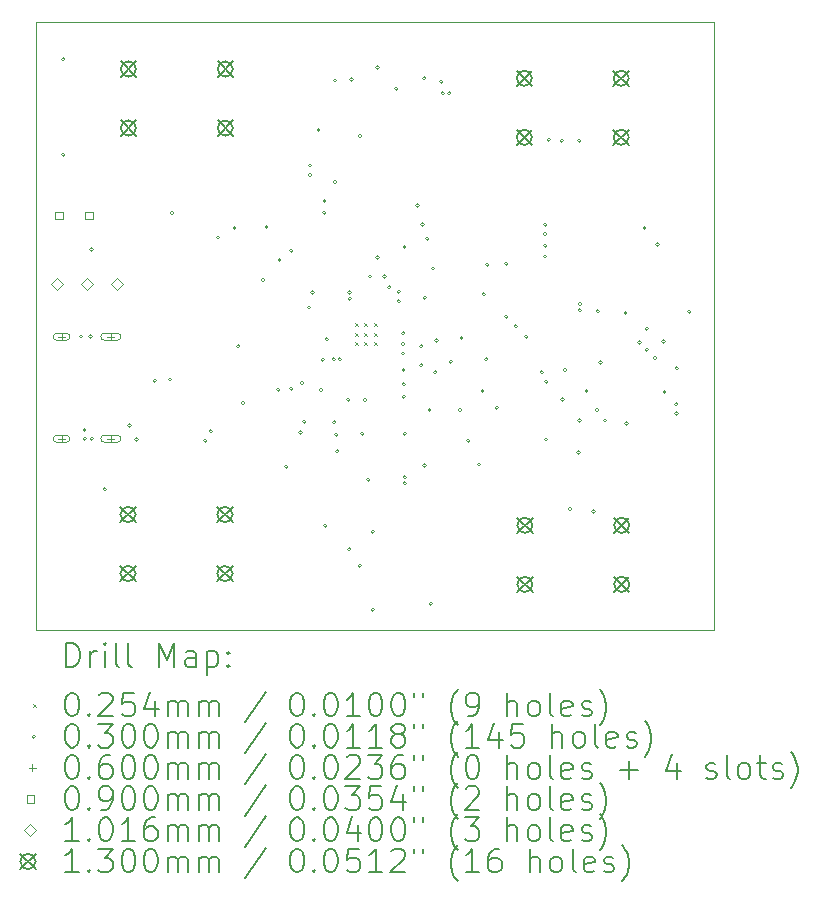
<source format=gbr>
%TF.GenerationSoftware,KiCad,Pcbnew,8.0.6*%
%TF.CreationDate,2024-11-11T10:33:19-08:00*%
%TF.ProjectId,BQ24257,42513234-3235-4372-9e6b-696361645f70,rev?*%
%TF.SameCoordinates,Original*%
%TF.FileFunction,Drillmap*%
%TF.FilePolarity,Positive*%
%FSLAX45Y45*%
G04 Gerber Fmt 4.5, Leading zero omitted, Abs format (unit mm)*
G04 Created by KiCad (PCBNEW 8.0.6) date 2024-11-11 10:33:19*
%MOMM*%
%LPD*%
G01*
G04 APERTURE LIST*
%ADD10C,0.050000*%
%ADD11C,0.200000*%
%ADD12C,0.100000*%
%ADD13C,0.101600*%
%ADD14C,0.130000*%
G04 APERTURE END LIST*
D10*
X2918000Y-8525000D02*
X8657000Y-8525000D01*
X8657000Y-13670000D01*
X2918000Y-13670000D01*
X2918000Y-8525000D01*
D11*
D12*
X5618960Y-11075200D02*
X5644360Y-11100600D01*
X5644360Y-11075200D02*
X5618960Y-11100600D01*
X5618960Y-11153940D02*
X5644360Y-11179340D01*
X5644360Y-11153940D02*
X5618960Y-11179340D01*
X5618960Y-11232680D02*
X5644360Y-11258080D01*
X5644360Y-11232680D02*
X5618960Y-11258080D01*
X5697700Y-11075200D02*
X5723100Y-11100600D01*
X5723100Y-11075200D02*
X5697700Y-11100600D01*
X5697700Y-11153940D02*
X5723100Y-11179340D01*
X5723100Y-11153940D02*
X5697700Y-11179340D01*
X5697700Y-11232680D02*
X5723100Y-11258080D01*
X5723100Y-11232680D02*
X5697700Y-11258080D01*
X5776440Y-11075200D02*
X5801840Y-11100600D01*
X5801840Y-11075200D02*
X5776440Y-11100600D01*
X5776440Y-11153940D02*
X5801840Y-11179340D01*
X5801840Y-11153940D02*
X5776440Y-11179340D01*
X5776440Y-11232680D02*
X5801840Y-11258080D01*
X5801840Y-11232680D02*
X5776440Y-11258080D01*
X3165000Y-8840000D02*
G75*
G02*
X3135000Y-8840000I-15000J0D01*
G01*
X3135000Y-8840000D02*
G75*
G02*
X3165000Y-8840000I15000J0D01*
G01*
X3165000Y-9650000D02*
G75*
G02*
X3135000Y-9650000I-15000J0D01*
G01*
X3135000Y-9650000D02*
G75*
G02*
X3165000Y-9650000I15000J0D01*
G01*
X3315000Y-11189000D02*
G75*
G02*
X3285000Y-11189000I-15000J0D01*
G01*
X3285000Y-11189000D02*
G75*
G02*
X3315000Y-11189000I15000J0D01*
G01*
X3345000Y-11980000D02*
G75*
G02*
X3315000Y-11980000I-15000J0D01*
G01*
X3315000Y-11980000D02*
G75*
G02*
X3345000Y-11980000I15000J0D01*
G01*
X3345000Y-12053000D02*
G75*
G02*
X3315000Y-12053000I-15000J0D01*
G01*
X3315000Y-12053000D02*
G75*
G02*
X3345000Y-12053000I15000J0D01*
G01*
X3395000Y-11189000D02*
G75*
G02*
X3365000Y-11189000I-15000J0D01*
G01*
X3365000Y-11189000D02*
G75*
G02*
X3395000Y-11189000I15000J0D01*
G01*
X3405000Y-10450000D02*
G75*
G02*
X3375000Y-10450000I-15000J0D01*
G01*
X3375000Y-10450000D02*
G75*
G02*
X3405000Y-10450000I15000J0D01*
G01*
X3405000Y-12053000D02*
G75*
G02*
X3375000Y-12053000I-15000J0D01*
G01*
X3375000Y-12053000D02*
G75*
G02*
X3405000Y-12053000I15000J0D01*
G01*
X3515000Y-12480000D02*
G75*
G02*
X3485000Y-12480000I-15000J0D01*
G01*
X3485000Y-12480000D02*
G75*
G02*
X3515000Y-12480000I15000J0D01*
G01*
X3724000Y-11941000D02*
G75*
G02*
X3694000Y-11941000I-15000J0D01*
G01*
X3694000Y-11941000D02*
G75*
G02*
X3724000Y-11941000I15000J0D01*
G01*
X3785000Y-12060000D02*
G75*
G02*
X3755000Y-12060000I-15000J0D01*
G01*
X3755000Y-12060000D02*
G75*
G02*
X3785000Y-12060000I15000J0D01*
G01*
X3940000Y-11561000D02*
G75*
G02*
X3910000Y-11561000I-15000J0D01*
G01*
X3910000Y-11561000D02*
G75*
G02*
X3940000Y-11561000I15000J0D01*
G01*
X4067000Y-11552000D02*
G75*
G02*
X4037000Y-11552000I-15000J0D01*
G01*
X4037000Y-11552000D02*
G75*
G02*
X4067000Y-11552000I15000J0D01*
G01*
X4085000Y-10140000D02*
G75*
G02*
X4055000Y-10140000I-15000J0D01*
G01*
X4055000Y-10140000D02*
G75*
G02*
X4085000Y-10140000I15000J0D01*
G01*
X4365000Y-12070000D02*
G75*
G02*
X4335000Y-12070000I-15000J0D01*
G01*
X4335000Y-12070000D02*
G75*
G02*
X4365000Y-12070000I15000J0D01*
G01*
X4415000Y-11990000D02*
G75*
G02*
X4385000Y-11990000I-15000J0D01*
G01*
X4385000Y-11990000D02*
G75*
G02*
X4415000Y-11990000I15000J0D01*
G01*
X4475000Y-10350000D02*
G75*
G02*
X4445000Y-10350000I-15000J0D01*
G01*
X4445000Y-10350000D02*
G75*
G02*
X4475000Y-10350000I15000J0D01*
G01*
X4615000Y-10270000D02*
G75*
G02*
X4585000Y-10270000I-15000J0D01*
G01*
X4585000Y-10270000D02*
G75*
G02*
X4615000Y-10270000I15000J0D01*
G01*
X4645000Y-11270000D02*
G75*
G02*
X4615000Y-11270000I-15000J0D01*
G01*
X4615000Y-11270000D02*
G75*
G02*
X4645000Y-11270000I15000J0D01*
G01*
X4685000Y-11750000D02*
G75*
G02*
X4655000Y-11750000I-15000J0D01*
G01*
X4655000Y-11750000D02*
G75*
G02*
X4685000Y-11750000I15000J0D01*
G01*
X4855000Y-10710000D02*
G75*
G02*
X4825000Y-10710000I-15000J0D01*
G01*
X4825000Y-10710000D02*
G75*
G02*
X4855000Y-10710000I15000J0D01*
G01*
X4885000Y-10260000D02*
G75*
G02*
X4855000Y-10260000I-15000J0D01*
G01*
X4855000Y-10260000D02*
G75*
G02*
X4885000Y-10260000I15000J0D01*
G01*
X4985000Y-11640000D02*
G75*
G02*
X4955000Y-11640000I-15000J0D01*
G01*
X4955000Y-11640000D02*
G75*
G02*
X4985000Y-11640000I15000J0D01*
G01*
X4995000Y-10540000D02*
G75*
G02*
X4965000Y-10540000I-15000J0D01*
G01*
X4965000Y-10540000D02*
G75*
G02*
X4995000Y-10540000I15000J0D01*
G01*
X5053500Y-12290000D02*
G75*
G02*
X5023500Y-12290000I-15000J0D01*
G01*
X5023500Y-12290000D02*
G75*
G02*
X5053500Y-12290000I15000J0D01*
G01*
X5095000Y-10460000D02*
G75*
G02*
X5065000Y-10460000I-15000J0D01*
G01*
X5065000Y-10460000D02*
G75*
G02*
X5095000Y-10460000I15000J0D01*
G01*
X5095000Y-11630000D02*
G75*
G02*
X5065000Y-11630000I-15000J0D01*
G01*
X5065000Y-11630000D02*
G75*
G02*
X5095000Y-11630000I15000J0D01*
G01*
X5175000Y-12000000D02*
G75*
G02*
X5145000Y-12000000I-15000J0D01*
G01*
X5145000Y-12000000D02*
G75*
G02*
X5175000Y-12000000I15000J0D01*
G01*
X5185000Y-11580000D02*
G75*
G02*
X5155000Y-11580000I-15000J0D01*
G01*
X5155000Y-11580000D02*
G75*
G02*
X5185000Y-11580000I15000J0D01*
G01*
X5205000Y-11910000D02*
G75*
G02*
X5175000Y-11910000I-15000J0D01*
G01*
X5175000Y-11910000D02*
G75*
G02*
X5205000Y-11910000I15000J0D01*
G01*
X5245000Y-10941640D02*
G75*
G02*
X5215000Y-10941640I-15000J0D01*
G01*
X5215000Y-10941640D02*
G75*
G02*
X5245000Y-10941640I15000J0D01*
G01*
X5252500Y-9740000D02*
G75*
G02*
X5222500Y-9740000I-15000J0D01*
G01*
X5222500Y-9740000D02*
G75*
G02*
X5252500Y-9740000I15000J0D01*
G01*
X5252500Y-9820000D02*
G75*
G02*
X5222500Y-9820000I-15000J0D01*
G01*
X5222500Y-9820000D02*
G75*
G02*
X5252500Y-9820000I15000J0D01*
G01*
X5275000Y-10814940D02*
G75*
G02*
X5245000Y-10814940I-15000J0D01*
G01*
X5245000Y-10814940D02*
G75*
G02*
X5275000Y-10814940I15000J0D01*
G01*
X5325000Y-9440000D02*
G75*
G02*
X5295000Y-9440000I-15000J0D01*
G01*
X5295000Y-9440000D02*
G75*
G02*
X5325000Y-9440000I15000J0D01*
G01*
X5345480Y-11640740D02*
G75*
G02*
X5315480Y-11640740I-15000J0D01*
G01*
X5315480Y-11640740D02*
G75*
G02*
X5345480Y-11640740I15000J0D01*
G01*
X5363000Y-11384000D02*
G75*
G02*
X5333000Y-11384000I-15000J0D01*
G01*
X5333000Y-11384000D02*
G75*
G02*
X5363000Y-11384000I15000J0D01*
G01*
X5375000Y-10040000D02*
G75*
G02*
X5345000Y-10040000I-15000J0D01*
G01*
X5345000Y-10040000D02*
G75*
G02*
X5375000Y-10040000I15000J0D01*
G01*
X5375000Y-10140000D02*
G75*
G02*
X5345000Y-10140000I-15000J0D01*
G01*
X5345000Y-10140000D02*
G75*
G02*
X5375000Y-10140000I15000J0D01*
G01*
X5383500Y-12791500D02*
G75*
G02*
X5353500Y-12791500I-15000J0D01*
G01*
X5353500Y-12791500D02*
G75*
G02*
X5383500Y-12791500I15000J0D01*
G01*
X5395000Y-11210000D02*
G75*
G02*
X5365000Y-11210000I-15000J0D01*
G01*
X5365000Y-11210000D02*
G75*
G02*
X5395000Y-11210000I15000J0D01*
G01*
X5455000Y-11380000D02*
G75*
G02*
X5425000Y-11380000I-15000J0D01*
G01*
X5425000Y-11380000D02*
G75*
G02*
X5455000Y-11380000I15000J0D01*
G01*
X5458760Y-11913240D02*
G75*
G02*
X5428760Y-11913240I-15000J0D01*
G01*
X5428760Y-11913240D02*
G75*
G02*
X5458760Y-11913240I15000J0D01*
G01*
X5465000Y-9020000D02*
G75*
G02*
X5435000Y-9020000I-15000J0D01*
G01*
X5435000Y-9020000D02*
G75*
G02*
X5465000Y-9020000I15000J0D01*
G01*
X5465000Y-9880000D02*
G75*
G02*
X5435000Y-9880000I-15000J0D01*
G01*
X5435000Y-9880000D02*
G75*
G02*
X5465000Y-9880000I15000J0D01*
G01*
X5475000Y-12020000D02*
G75*
G02*
X5445000Y-12020000I-15000J0D01*
G01*
X5445000Y-12020000D02*
G75*
G02*
X5475000Y-12020000I15000J0D01*
G01*
X5485000Y-12160000D02*
G75*
G02*
X5455000Y-12160000I-15000J0D01*
G01*
X5455000Y-12160000D02*
G75*
G02*
X5485000Y-12160000I15000J0D01*
G01*
X5505000Y-11380000D02*
G75*
G02*
X5475000Y-11380000I-15000J0D01*
G01*
X5475000Y-11380000D02*
G75*
G02*
X5505000Y-11380000I15000J0D01*
G01*
X5579160Y-11723240D02*
G75*
G02*
X5549160Y-11723240I-15000J0D01*
G01*
X5549160Y-11723240D02*
G75*
G02*
X5579160Y-11723240I15000J0D01*
G01*
X5585000Y-12990000D02*
G75*
G02*
X5555000Y-12990000I-15000J0D01*
G01*
X5555000Y-12990000D02*
G75*
G02*
X5585000Y-12990000I15000J0D01*
G01*
X5589320Y-10814940D02*
G75*
G02*
X5559320Y-10814940I-15000J0D01*
G01*
X5559320Y-10814940D02*
G75*
G02*
X5589320Y-10814940I15000J0D01*
G01*
X5590000Y-10870000D02*
G75*
G02*
X5560000Y-10870000I-15000J0D01*
G01*
X5560000Y-10870000D02*
G75*
G02*
X5590000Y-10870000I15000J0D01*
G01*
X5605000Y-9010000D02*
G75*
G02*
X5575000Y-9010000I-15000J0D01*
G01*
X5575000Y-9010000D02*
G75*
G02*
X5605000Y-9010000I15000J0D01*
G01*
X5675000Y-9490000D02*
G75*
G02*
X5645000Y-9490000I-15000J0D01*
G01*
X5645000Y-9490000D02*
G75*
G02*
X5675000Y-9490000I15000J0D01*
G01*
X5675000Y-13130000D02*
G75*
G02*
X5645000Y-13130000I-15000J0D01*
G01*
X5645000Y-13130000D02*
G75*
G02*
X5675000Y-13130000I15000J0D01*
G01*
X5695000Y-12010000D02*
G75*
G02*
X5665000Y-12010000I-15000J0D01*
G01*
X5665000Y-12010000D02*
G75*
G02*
X5695000Y-12010000I15000J0D01*
G01*
X5719900Y-11725140D02*
G75*
G02*
X5689900Y-11725140I-15000J0D01*
G01*
X5689900Y-11725140D02*
G75*
G02*
X5719900Y-11725140I15000J0D01*
G01*
X5745000Y-12400000D02*
G75*
G02*
X5715000Y-12400000I-15000J0D01*
G01*
X5715000Y-12400000D02*
G75*
G02*
X5745000Y-12400000I15000J0D01*
G01*
X5763094Y-10680000D02*
G75*
G02*
X5733094Y-10680000I-15000J0D01*
G01*
X5733094Y-10680000D02*
G75*
G02*
X5763094Y-10680000I15000J0D01*
G01*
X5785000Y-12840000D02*
G75*
G02*
X5755000Y-12840000I-15000J0D01*
G01*
X5755000Y-12840000D02*
G75*
G02*
X5785000Y-12840000I15000J0D01*
G01*
X5785000Y-13500000D02*
G75*
G02*
X5755000Y-13500000I-15000J0D01*
G01*
X5755000Y-13500000D02*
G75*
G02*
X5785000Y-13500000I15000J0D01*
G01*
X5825000Y-8910000D02*
G75*
G02*
X5795000Y-8910000I-15000J0D01*
G01*
X5795000Y-8910000D02*
G75*
G02*
X5825000Y-8910000I15000J0D01*
G01*
X5825000Y-10520000D02*
G75*
G02*
X5795000Y-10520000I-15000J0D01*
G01*
X5795000Y-10520000D02*
G75*
G02*
X5825000Y-10520000I15000J0D01*
G01*
X5885000Y-10680000D02*
G75*
G02*
X5855000Y-10680000I-15000J0D01*
G01*
X5855000Y-10680000D02*
G75*
G02*
X5885000Y-10680000I15000J0D01*
G01*
X5925000Y-10770000D02*
G75*
G02*
X5895000Y-10770000I-15000J0D01*
G01*
X5895000Y-10770000D02*
G75*
G02*
X5925000Y-10770000I15000J0D01*
G01*
X5985000Y-9090000D02*
G75*
G02*
X5955000Y-9090000I-15000J0D01*
G01*
X5955000Y-9090000D02*
G75*
G02*
X5985000Y-9090000I15000J0D01*
G01*
X6005000Y-10810000D02*
G75*
G02*
X5975000Y-10810000I-15000J0D01*
G01*
X5975000Y-10810000D02*
G75*
G02*
X6005000Y-10810000I15000J0D01*
G01*
X6005000Y-10890000D02*
G75*
G02*
X5975000Y-10890000I-15000J0D01*
G01*
X5975000Y-10890000D02*
G75*
G02*
X6005000Y-10890000I15000J0D01*
G01*
X6042000Y-11252000D02*
G75*
G02*
X6012000Y-11252000I-15000J0D01*
G01*
X6012000Y-11252000D02*
G75*
G02*
X6042000Y-11252000I15000J0D01*
G01*
X6042000Y-11332000D02*
G75*
G02*
X6012000Y-11332000I-15000J0D01*
G01*
X6012000Y-11332000D02*
G75*
G02*
X6042000Y-11332000I15000J0D01*
G01*
X6044000Y-11159000D02*
G75*
G02*
X6014000Y-11159000I-15000J0D01*
G01*
X6014000Y-11159000D02*
G75*
G02*
X6044000Y-11159000I15000J0D01*
G01*
X6045000Y-11470000D02*
G75*
G02*
X6015000Y-11470000I-15000J0D01*
G01*
X6015000Y-11470000D02*
G75*
G02*
X6045000Y-11470000I15000J0D01*
G01*
X6047000Y-11593000D02*
G75*
G02*
X6017000Y-11593000I-15000J0D01*
G01*
X6017000Y-11593000D02*
G75*
G02*
X6047000Y-11593000I15000J0D01*
G01*
X6048000Y-11697000D02*
G75*
G02*
X6018000Y-11697000I-15000J0D01*
G01*
X6018000Y-11697000D02*
G75*
G02*
X6048000Y-11697000I15000J0D01*
G01*
X6055000Y-10430000D02*
G75*
G02*
X6025000Y-10430000I-15000J0D01*
G01*
X6025000Y-10430000D02*
G75*
G02*
X6055000Y-10430000I15000J0D01*
G01*
X6055000Y-12010000D02*
G75*
G02*
X6025000Y-12010000I-15000J0D01*
G01*
X6025000Y-12010000D02*
G75*
G02*
X6055000Y-12010000I15000J0D01*
G01*
X6055000Y-12380000D02*
G75*
G02*
X6025000Y-12380000I-15000J0D01*
G01*
X6025000Y-12380000D02*
G75*
G02*
X6055000Y-12380000I15000J0D01*
G01*
X6055000Y-12430000D02*
G75*
G02*
X6025000Y-12430000I-15000J0D01*
G01*
X6025000Y-12430000D02*
G75*
G02*
X6055000Y-12430000I15000J0D01*
G01*
X6165000Y-10079000D02*
G75*
G02*
X6135000Y-10079000I-15000J0D01*
G01*
X6135000Y-10079000D02*
G75*
G02*
X6165000Y-10079000I15000J0D01*
G01*
X6195000Y-11270000D02*
G75*
G02*
X6165000Y-11270000I-15000J0D01*
G01*
X6165000Y-11270000D02*
G75*
G02*
X6195000Y-11270000I15000J0D01*
G01*
X6195000Y-11430000D02*
G75*
G02*
X6165000Y-11430000I-15000J0D01*
G01*
X6165000Y-11430000D02*
G75*
G02*
X6195000Y-11430000I15000J0D01*
G01*
X6205000Y-10240000D02*
G75*
G02*
X6175000Y-10240000I-15000J0D01*
G01*
X6175000Y-10240000D02*
G75*
G02*
X6205000Y-10240000I15000J0D01*
G01*
X6222000Y-9000000D02*
G75*
G02*
X6192000Y-9000000I-15000J0D01*
G01*
X6192000Y-9000000D02*
G75*
G02*
X6222000Y-9000000I15000J0D01*
G01*
X6225000Y-10860000D02*
G75*
G02*
X6195000Y-10860000I-15000J0D01*
G01*
X6195000Y-10860000D02*
G75*
G02*
X6225000Y-10860000I15000J0D01*
G01*
X6225000Y-12280000D02*
G75*
G02*
X6195000Y-12280000I-15000J0D01*
G01*
X6195000Y-12280000D02*
G75*
G02*
X6225000Y-12280000I15000J0D01*
G01*
X6245000Y-10360000D02*
G75*
G02*
X6215000Y-10360000I-15000J0D01*
G01*
X6215000Y-10360000D02*
G75*
G02*
X6245000Y-10360000I15000J0D01*
G01*
X6265000Y-11810000D02*
G75*
G02*
X6235000Y-11810000I-15000J0D01*
G01*
X6235000Y-11810000D02*
G75*
G02*
X6265000Y-11810000I15000J0D01*
G01*
X6275000Y-13450000D02*
G75*
G02*
X6245000Y-13450000I-15000J0D01*
G01*
X6245000Y-13450000D02*
G75*
G02*
X6275000Y-13450000I15000J0D01*
G01*
X6296050Y-10611050D02*
G75*
G02*
X6266050Y-10611050I-15000J0D01*
G01*
X6266050Y-10611050D02*
G75*
G02*
X6296050Y-10611050I15000J0D01*
G01*
X6315000Y-11490000D02*
G75*
G02*
X6285000Y-11490000I-15000J0D01*
G01*
X6285000Y-11490000D02*
G75*
G02*
X6315000Y-11490000I15000J0D01*
G01*
X6325000Y-11220000D02*
G75*
G02*
X6295000Y-11220000I-15000J0D01*
G01*
X6295000Y-11220000D02*
G75*
G02*
X6325000Y-11220000I15000J0D01*
G01*
X6365000Y-9030000D02*
G75*
G02*
X6335000Y-9030000I-15000J0D01*
G01*
X6335000Y-9030000D02*
G75*
G02*
X6365000Y-9030000I15000J0D01*
G01*
X6377500Y-9127500D02*
G75*
G02*
X6347500Y-9127500I-15000J0D01*
G01*
X6347500Y-9127500D02*
G75*
G02*
X6377500Y-9127500I15000J0D01*
G01*
X6432500Y-9127500D02*
G75*
G02*
X6402500Y-9127500I-15000J0D01*
G01*
X6402500Y-9127500D02*
G75*
G02*
X6432500Y-9127500I15000J0D01*
G01*
X6445000Y-11400000D02*
G75*
G02*
X6415000Y-11400000I-15000J0D01*
G01*
X6415000Y-11400000D02*
G75*
G02*
X6445000Y-11400000I15000J0D01*
G01*
X6525000Y-11810000D02*
G75*
G02*
X6495000Y-11810000I-15000J0D01*
G01*
X6495000Y-11810000D02*
G75*
G02*
X6525000Y-11810000I15000J0D01*
G01*
X6535000Y-11200000D02*
G75*
G02*
X6505000Y-11200000I-15000J0D01*
G01*
X6505000Y-11200000D02*
G75*
G02*
X6535000Y-11200000I15000J0D01*
G01*
X6595000Y-12070000D02*
G75*
G02*
X6565000Y-12070000I-15000J0D01*
G01*
X6565000Y-12070000D02*
G75*
G02*
X6595000Y-12070000I15000J0D01*
G01*
X6685000Y-12270000D02*
G75*
G02*
X6655000Y-12270000I-15000J0D01*
G01*
X6655000Y-12270000D02*
G75*
G02*
X6685000Y-12270000I15000J0D01*
G01*
X6715000Y-11650000D02*
G75*
G02*
X6685000Y-11650000I-15000J0D01*
G01*
X6685000Y-11650000D02*
G75*
G02*
X6715000Y-11650000I15000J0D01*
G01*
X6725000Y-10830000D02*
G75*
G02*
X6695000Y-10830000I-15000J0D01*
G01*
X6695000Y-10830000D02*
G75*
G02*
X6725000Y-10830000I15000J0D01*
G01*
X6747500Y-11380000D02*
G75*
G02*
X6717500Y-11380000I-15000J0D01*
G01*
X6717500Y-11380000D02*
G75*
G02*
X6747500Y-11380000I15000J0D01*
G01*
X6755000Y-10580000D02*
G75*
G02*
X6725000Y-10580000I-15000J0D01*
G01*
X6725000Y-10580000D02*
G75*
G02*
X6755000Y-10580000I15000J0D01*
G01*
X6834000Y-11791000D02*
G75*
G02*
X6804000Y-11791000I-15000J0D01*
G01*
X6804000Y-11791000D02*
G75*
G02*
X6834000Y-11791000I15000J0D01*
G01*
X6915000Y-10570000D02*
G75*
G02*
X6885000Y-10570000I-15000J0D01*
G01*
X6885000Y-10570000D02*
G75*
G02*
X6915000Y-10570000I15000J0D01*
G01*
X6915000Y-11020000D02*
G75*
G02*
X6885000Y-11020000I-15000J0D01*
G01*
X6885000Y-11020000D02*
G75*
G02*
X6915000Y-11020000I15000J0D01*
G01*
X6995000Y-11100000D02*
G75*
G02*
X6965000Y-11100000I-15000J0D01*
G01*
X6965000Y-11100000D02*
G75*
G02*
X6995000Y-11100000I15000J0D01*
G01*
X7085000Y-11190000D02*
G75*
G02*
X7055000Y-11190000I-15000J0D01*
G01*
X7055000Y-11190000D02*
G75*
G02*
X7085000Y-11190000I15000J0D01*
G01*
X7215000Y-11490000D02*
G75*
G02*
X7185000Y-11490000I-15000J0D01*
G01*
X7185000Y-11490000D02*
G75*
G02*
X7215000Y-11490000I15000J0D01*
G01*
X7245000Y-10240000D02*
G75*
G02*
X7215000Y-10240000I-15000J0D01*
G01*
X7215000Y-10240000D02*
G75*
G02*
X7245000Y-10240000I15000J0D01*
G01*
X7245000Y-10320000D02*
G75*
G02*
X7215000Y-10320000I-15000J0D01*
G01*
X7215000Y-10320000D02*
G75*
G02*
X7245000Y-10320000I15000J0D01*
G01*
X7245000Y-10420000D02*
G75*
G02*
X7215000Y-10420000I-15000J0D01*
G01*
X7215000Y-10420000D02*
G75*
G02*
X7245000Y-10420000I15000J0D01*
G01*
X7245000Y-10510000D02*
G75*
G02*
X7215000Y-10510000I-15000J0D01*
G01*
X7215000Y-10510000D02*
G75*
G02*
X7245000Y-10510000I15000J0D01*
G01*
X7251500Y-12060000D02*
G75*
G02*
X7221500Y-12060000I-15000J0D01*
G01*
X7221500Y-12060000D02*
G75*
G02*
X7251500Y-12060000I15000J0D01*
G01*
X7255000Y-11570000D02*
G75*
G02*
X7225000Y-11570000I-15000J0D01*
G01*
X7225000Y-11570000D02*
G75*
G02*
X7255000Y-11570000I15000J0D01*
G01*
X7275000Y-9520000D02*
G75*
G02*
X7245000Y-9520000I-15000J0D01*
G01*
X7245000Y-9520000D02*
G75*
G02*
X7275000Y-9520000I15000J0D01*
G01*
X7385000Y-9530000D02*
G75*
G02*
X7355000Y-9530000I-15000J0D01*
G01*
X7355000Y-9530000D02*
G75*
G02*
X7385000Y-9530000I15000J0D01*
G01*
X7392500Y-11720000D02*
G75*
G02*
X7362500Y-11720000I-15000J0D01*
G01*
X7362500Y-11720000D02*
G75*
G02*
X7392500Y-11720000I15000J0D01*
G01*
X7413000Y-11472000D02*
G75*
G02*
X7383000Y-11472000I-15000J0D01*
G01*
X7383000Y-11472000D02*
G75*
G02*
X7413000Y-11472000I15000J0D01*
G01*
X7455000Y-12650000D02*
G75*
G02*
X7425000Y-12650000I-15000J0D01*
G01*
X7425000Y-12650000D02*
G75*
G02*
X7455000Y-12650000I15000J0D01*
G01*
X7525000Y-12170000D02*
G75*
G02*
X7495000Y-12170000I-15000J0D01*
G01*
X7495000Y-12170000D02*
G75*
G02*
X7525000Y-12170000I15000J0D01*
G01*
X7535000Y-9530000D02*
G75*
G02*
X7505000Y-9530000I-15000J0D01*
G01*
X7505000Y-9530000D02*
G75*
G02*
X7535000Y-9530000I15000J0D01*
G01*
X7535000Y-11898500D02*
G75*
G02*
X7505000Y-11898500I-15000J0D01*
G01*
X7505000Y-11898500D02*
G75*
G02*
X7535000Y-11898500I15000J0D01*
G01*
X7537500Y-10965000D02*
G75*
G02*
X7507500Y-10965000I-15000J0D01*
G01*
X7507500Y-10965000D02*
G75*
G02*
X7537500Y-10965000I15000J0D01*
G01*
X7538000Y-10912000D02*
G75*
G02*
X7508000Y-10912000I-15000J0D01*
G01*
X7508000Y-10912000D02*
G75*
G02*
X7538000Y-10912000I15000J0D01*
G01*
X7596250Y-11648750D02*
G75*
G02*
X7566250Y-11648750I-15000J0D01*
G01*
X7566250Y-11648750D02*
G75*
G02*
X7596250Y-11648750I15000J0D01*
G01*
X7655000Y-12670000D02*
G75*
G02*
X7625000Y-12670000I-15000J0D01*
G01*
X7625000Y-12670000D02*
G75*
G02*
X7655000Y-12670000I15000J0D01*
G01*
X7685000Y-11810000D02*
G75*
G02*
X7655000Y-11810000I-15000J0D01*
G01*
X7655000Y-11810000D02*
G75*
G02*
X7685000Y-11810000I15000J0D01*
G01*
X7690000Y-10975000D02*
G75*
G02*
X7660000Y-10975000I-15000J0D01*
G01*
X7660000Y-10975000D02*
G75*
G02*
X7690000Y-10975000I15000J0D01*
G01*
X7713686Y-11409196D02*
G75*
G02*
X7683686Y-11409196I-15000J0D01*
G01*
X7683686Y-11409196D02*
G75*
G02*
X7713686Y-11409196I15000J0D01*
G01*
X7752460Y-11898500D02*
G75*
G02*
X7722460Y-11898500I-15000J0D01*
G01*
X7722460Y-11898500D02*
G75*
G02*
X7752460Y-11898500I15000J0D01*
G01*
X7925000Y-10990000D02*
G75*
G02*
X7895000Y-10990000I-15000J0D01*
G01*
X7895000Y-10990000D02*
G75*
G02*
X7925000Y-10990000I15000J0D01*
G01*
X7934114Y-11925630D02*
G75*
G02*
X7904114Y-11925630I-15000J0D01*
G01*
X7904114Y-11925630D02*
G75*
G02*
X7934114Y-11925630I15000J0D01*
G01*
X8044047Y-11240000D02*
G75*
G02*
X8014047Y-11240000I-15000J0D01*
G01*
X8014047Y-11240000D02*
G75*
G02*
X8044047Y-11240000I15000J0D01*
G01*
X8085000Y-10270000D02*
G75*
G02*
X8055000Y-10270000I-15000J0D01*
G01*
X8055000Y-10270000D02*
G75*
G02*
X8085000Y-10270000I15000J0D01*
G01*
X8105000Y-11120000D02*
G75*
G02*
X8075000Y-11120000I-15000J0D01*
G01*
X8075000Y-11120000D02*
G75*
G02*
X8105000Y-11120000I15000J0D01*
G01*
X8105000Y-11300000D02*
G75*
G02*
X8075000Y-11300000I-15000J0D01*
G01*
X8075000Y-11300000D02*
G75*
G02*
X8105000Y-11300000I15000J0D01*
G01*
X8175000Y-11370000D02*
G75*
G02*
X8145000Y-11370000I-15000J0D01*
G01*
X8145000Y-11370000D02*
G75*
G02*
X8175000Y-11370000I15000J0D01*
G01*
X8195000Y-10410000D02*
G75*
G02*
X8165000Y-10410000I-15000J0D01*
G01*
X8165000Y-10410000D02*
G75*
G02*
X8195000Y-10410000I15000J0D01*
G01*
X8245000Y-11230000D02*
G75*
G02*
X8215000Y-11230000I-15000J0D01*
G01*
X8215000Y-11230000D02*
G75*
G02*
X8245000Y-11230000I15000J0D01*
G01*
X8255000Y-11657000D02*
G75*
G02*
X8225000Y-11657000I-15000J0D01*
G01*
X8225000Y-11657000D02*
G75*
G02*
X8255000Y-11657000I15000J0D01*
G01*
X8355000Y-11760000D02*
G75*
G02*
X8325000Y-11760000I-15000J0D01*
G01*
X8325000Y-11760000D02*
G75*
G02*
X8355000Y-11760000I15000J0D01*
G01*
X8355000Y-11840000D02*
G75*
G02*
X8325000Y-11840000I-15000J0D01*
G01*
X8325000Y-11840000D02*
G75*
G02*
X8355000Y-11840000I15000J0D01*
G01*
X8357660Y-11455507D02*
G75*
G02*
X8327660Y-11455507I-15000J0D01*
G01*
X8327660Y-11455507D02*
G75*
G02*
X8357660Y-11455507I15000J0D01*
G01*
X8465000Y-10980000D02*
G75*
G02*
X8435000Y-10980000I-15000J0D01*
G01*
X8435000Y-10980000D02*
G75*
G02*
X8465000Y-10980000I15000J0D01*
G01*
X3135000Y-11159000D02*
X3135000Y-11219000D01*
X3105000Y-11189000D02*
X3165000Y-11189000D01*
X3095000Y-11219000D02*
X3175000Y-11219000D01*
X3175000Y-11159000D02*
G75*
G02*
X3175000Y-11219000I0J-30000D01*
G01*
X3175000Y-11159000D02*
X3095000Y-11159000D01*
X3095000Y-11159000D02*
G75*
G03*
X3095000Y-11219000I0J-30000D01*
G01*
X3135000Y-12023000D02*
X3135000Y-12083000D01*
X3105000Y-12053000D02*
X3165000Y-12053000D01*
X3095000Y-12083000D02*
X3175000Y-12083000D01*
X3175000Y-12023000D02*
G75*
G02*
X3175000Y-12083000I0J-30000D01*
G01*
X3175000Y-12023000D02*
X3095000Y-12023000D01*
X3095000Y-12023000D02*
G75*
G03*
X3095000Y-12083000I0J-30000D01*
G01*
X3552000Y-11159000D02*
X3552000Y-11219000D01*
X3522000Y-11189000D02*
X3582000Y-11189000D01*
X3497000Y-11219000D02*
X3607000Y-11219000D01*
X3607000Y-11159000D02*
G75*
G02*
X3607000Y-11219000I0J-30000D01*
G01*
X3607000Y-11159000D02*
X3497000Y-11159000D01*
X3497000Y-11159000D02*
G75*
G03*
X3497000Y-11219000I0J-30000D01*
G01*
X3552000Y-12023000D02*
X3552000Y-12083000D01*
X3522000Y-12053000D02*
X3582000Y-12053000D01*
X3497000Y-12083000D02*
X3607000Y-12083000D01*
X3607000Y-12023000D02*
G75*
G02*
X3607000Y-12083000I0J-30000D01*
G01*
X3607000Y-12023000D02*
X3497000Y-12023000D01*
X3497000Y-12023000D02*
G75*
G03*
X3497000Y-12083000I0J-30000D01*
G01*
X3145820Y-10195820D02*
X3145820Y-10132180D01*
X3082180Y-10132180D01*
X3082180Y-10195820D01*
X3145820Y-10195820D01*
X3399820Y-10195820D02*
X3399820Y-10132180D01*
X3336180Y-10132180D01*
X3336180Y-10195820D01*
X3399820Y-10195820D01*
D13*
X3094000Y-10794800D02*
X3144800Y-10744000D01*
X3094000Y-10693200D01*
X3043200Y-10744000D01*
X3094000Y-10794800D01*
X3348000Y-10794800D02*
X3398800Y-10744000D01*
X3348000Y-10693200D01*
X3297200Y-10744000D01*
X3348000Y-10794800D01*
X3602000Y-10794800D02*
X3652800Y-10744000D01*
X3602000Y-10693200D01*
X3551200Y-10744000D01*
X3602000Y-10794800D01*
D14*
X3633000Y-12630000D02*
X3763000Y-12760000D01*
X3763000Y-12630000D02*
X3633000Y-12760000D01*
X3763000Y-12695000D02*
G75*
G02*
X3633000Y-12695000I-65000J0D01*
G01*
X3633000Y-12695000D02*
G75*
G02*
X3763000Y-12695000I65000J0D01*
G01*
X3633000Y-13130000D02*
X3763000Y-13260000D01*
X3763000Y-13130000D02*
X3633000Y-13260000D01*
X3763000Y-13195000D02*
G75*
G02*
X3633000Y-13195000I-65000J0D01*
G01*
X3633000Y-13195000D02*
G75*
G02*
X3763000Y-13195000I65000J0D01*
G01*
X3636000Y-8858000D02*
X3766000Y-8988000D01*
X3766000Y-8858000D02*
X3636000Y-8988000D01*
X3766000Y-8923000D02*
G75*
G02*
X3636000Y-8923000I-65000J0D01*
G01*
X3636000Y-8923000D02*
G75*
G02*
X3766000Y-8923000I65000J0D01*
G01*
X3636000Y-9358000D02*
X3766000Y-9488000D01*
X3766000Y-9358000D02*
X3636000Y-9488000D01*
X3766000Y-9423000D02*
G75*
G02*
X3636000Y-9423000I-65000J0D01*
G01*
X3636000Y-9423000D02*
G75*
G02*
X3766000Y-9423000I65000J0D01*
G01*
X4453000Y-12630000D02*
X4583000Y-12760000D01*
X4583000Y-12630000D02*
X4453000Y-12760000D01*
X4583000Y-12695000D02*
G75*
G02*
X4453000Y-12695000I-65000J0D01*
G01*
X4453000Y-12695000D02*
G75*
G02*
X4583000Y-12695000I65000J0D01*
G01*
X4453000Y-13130000D02*
X4583000Y-13260000D01*
X4583000Y-13130000D02*
X4453000Y-13260000D01*
X4583000Y-13195000D02*
G75*
G02*
X4453000Y-13195000I-65000J0D01*
G01*
X4453000Y-13195000D02*
G75*
G02*
X4583000Y-13195000I65000J0D01*
G01*
X4456000Y-8858000D02*
X4586000Y-8988000D01*
X4586000Y-8858000D02*
X4456000Y-8988000D01*
X4586000Y-8923000D02*
G75*
G02*
X4456000Y-8923000I-65000J0D01*
G01*
X4456000Y-8923000D02*
G75*
G02*
X4586000Y-8923000I65000J0D01*
G01*
X4456000Y-9358000D02*
X4586000Y-9488000D01*
X4586000Y-9358000D02*
X4456000Y-9488000D01*
X4586000Y-9423000D02*
G75*
G02*
X4456000Y-9423000I-65000J0D01*
G01*
X4456000Y-9423000D02*
G75*
G02*
X4586000Y-9423000I65000J0D01*
G01*
X6988000Y-8936000D02*
X7118000Y-9066000D01*
X7118000Y-8936000D02*
X6988000Y-9066000D01*
X7118000Y-9001000D02*
G75*
G02*
X6988000Y-9001000I-65000J0D01*
G01*
X6988000Y-9001000D02*
G75*
G02*
X7118000Y-9001000I65000J0D01*
G01*
X6988000Y-9436000D02*
X7118000Y-9566000D01*
X7118000Y-9436000D02*
X6988000Y-9566000D01*
X7118000Y-9501000D02*
G75*
G02*
X6988000Y-9501000I-65000J0D01*
G01*
X6988000Y-9501000D02*
G75*
G02*
X7118000Y-9501000I65000J0D01*
G01*
X6993000Y-12721000D02*
X7123000Y-12851000D01*
X7123000Y-12721000D02*
X6993000Y-12851000D01*
X7123000Y-12786000D02*
G75*
G02*
X6993000Y-12786000I-65000J0D01*
G01*
X6993000Y-12786000D02*
G75*
G02*
X7123000Y-12786000I65000J0D01*
G01*
X6993000Y-13221000D02*
X7123000Y-13351000D01*
X7123000Y-13221000D02*
X6993000Y-13351000D01*
X7123000Y-13286000D02*
G75*
G02*
X6993000Y-13286000I-65000J0D01*
G01*
X6993000Y-13286000D02*
G75*
G02*
X7123000Y-13286000I65000J0D01*
G01*
X7808000Y-8936000D02*
X7938000Y-9066000D01*
X7938000Y-8936000D02*
X7808000Y-9066000D01*
X7938000Y-9001000D02*
G75*
G02*
X7808000Y-9001000I-65000J0D01*
G01*
X7808000Y-9001000D02*
G75*
G02*
X7938000Y-9001000I65000J0D01*
G01*
X7808000Y-9436000D02*
X7938000Y-9566000D01*
X7938000Y-9436000D02*
X7808000Y-9566000D01*
X7938000Y-9501000D02*
G75*
G02*
X7808000Y-9501000I-65000J0D01*
G01*
X7808000Y-9501000D02*
G75*
G02*
X7938000Y-9501000I65000J0D01*
G01*
X7813000Y-12721000D02*
X7943000Y-12851000D01*
X7943000Y-12721000D02*
X7813000Y-12851000D01*
X7943000Y-12786000D02*
G75*
G02*
X7813000Y-12786000I-65000J0D01*
G01*
X7813000Y-12786000D02*
G75*
G02*
X7943000Y-12786000I65000J0D01*
G01*
X7813000Y-13221000D02*
X7943000Y-13351000D01*
X7943000Y-13221000D02*
X7813000Y-13351000D01*
X7943000Y-13286000D02*
G75*
G02*
X7813000Y-13286000I-65000J0D01*
G01*
X7813000Y-13286000D02*
G75*
G02*
X7943000Y-13286000I65000J0D01*
G01*
D11*
X3176277Y-13983984D02*
X3176277Y-13783984D01*
X3176277Y-13783984D02*
X3223896Y-13783984D01*
X3223896Y-13783984D02*
X3252467Y-13793508D01*
X3252467Y-13793508D02*
X3271515Y-13812555D01*
X3271515Y-13812555D02*
X3281039Y-13831603D01*
X3281039Y-13831603D02*
X3290562Y-13869698D01*
X3290562Y-13869698D02*
X3290562Y-13898269D01*
X3290562Y-13898269D02*
X3281039Y-13936365D01*
X3281039Y-13936365D02*
X3271515Y-13955412D01*
X3271515Y-13955412D02*
X3252467Y-13974460D01*
X3252467Y-13974460D02*
X3223896Y-13983984D01*
X3223896Y-13983984D02*
X3176277Y-13983984D01*
X3376277Y-13983984D02*
X3376277Y-13850650D01*
X3376277Y-13888746D02*
X3385801Y-13869698D01*
X3385801Y-13869698D02*
X3395324Y-13860174D01*
X3395324Y-13860174D02*
X3414372Y-13850650D01*
X3414372Y-13850650D02*
X3433420Y-13850650D01*
X3500086Y-13983984D02*
X3500086Y-13850650D01*
X3500086Y-13783984D02*
X3490562Y-13793508D01*
X3490562Y-13793508D02*
X3500086Y-13803031D01*
X3500086Y-13803031D02*
X3509610Y-13793508D01*
X3509610Y-13793508D02*
X3500086Y-13783984D01*
X3500086Y-13783984D02*
X3500086Y-13803031D01*
X3623896Y-13983984D02*
X3604848Y-13974460D01*
X3604848Y-13974460D02*
X3595324Y-13955412D01*
X3595324Y-13955412D02*
X3595324Y-13783984D01*
X3728658Y-13983984D02*
X3709610Y-13974460D01*
X3709610Y-13974460D02*
X3700086Y-13955412D01*
X3700086Y-13955412D02*
X3700086Y-13783984D01*
X3957229Y-13983984D02*
X3957229Y-13783984D01*
X3957229Y-13783984D02*
X4023896Y-13926841D01*
X4023896Y-13926841D02*
X4090562Y-13783984D01*
X4090562Y-13783984D02*
X4090562Y-13983984D01*
X4271515Y-13983984D02*
X4271515Y-13879222D01*
X4271515Y-13879222D02*
X4261991Y-13860174D01*
X4261991Y-13860174D02*
X4242944Y-13850650D01*
X4242944Y-13850650D02*
X4204848Y-13850650D01*
X4204848Y-13850650D02*
X4185801Y-13860174D01*
X4271515Y-13974460D02*
X4252467Y-13983984D01*
X4252467Y-13983984D02*
X4204848Y-13983984D01*
X4204848Y-13983984D02*
X4185801Y-13974460D01*
X4185801Y-13974460D02*
X4176277Y-13955412D01*
X4176277Y-13955412D02*
X4176277Y-13936365D01*
X4176277Y-13936365D02*
X4185801Y-13917317D01*
X4185801Y-13917317D02*
X4204848Y-13907793D01*
X4204848Y-13907793D02*
X4252467Y-13907793D01*
X4252467Y-13907793D02*
X4271515Y-13898269D01*
X4366753Y-13850650D02*
X4366753Y-14050650D01*
X4366753Y-13860174D02*
X4385801Y-13850650D01*
X4385801Y-13850650D02*
X4423896Y-13850650D01*
X4423896Y-13850650D02*
X4442944Y-13860174D01*
X4442944Y-13860174D02*
X4452467Y-13869698D01*
X4452467Y-13869698D02*
X4461991Y-13888746D01*
X4461991Y-13888746D02*
X4461991Y-13945888D01*
X4461991Y-13945888D02*
X4452467Y-13964936D01*
X4452467Y-13964936D02*
X4442944Y-13974460D01*
X4442944Y-13974460D02*
X4423896Y-13983984D01*
X4423896Y-13983984D02*
X4385801Y-13983984D01*
X4385801Y-13983984D02*
X4366753Y-13974460D01*
X4547705Y-13964936D02*
X4557229Y-13974460D01*
X4557229Y-13974460D02*
X4547705Y-13983984D01*
X4547705Y-13983984D02*
X4538182Y-13974460D01*
X4538182Y-13974460D02*
X4547705Y-13964936D01*
X4547705Y-13964936D02*
X4547705Y-13983984D01*
X4547705Y-13860174D02*
X4557229Y-13869698D01*
X4557229Y-13869698D02*
X4547705Y-13879222D01*
X4547705Y-13879222D02*
X4538182Y-13869698D01*
X4538182Y-13869698D02*
X4547705Y-13860174D01*
X4547705Y-13860174D02*
X4547705Y-13879222D01*
D12*
X2890100Y-14299800D02*
X2915500Y-14325200D01*
X2915500Y-14299800D02*
X2890100Y-14325200D01*
D11*
X3214372Y-14203984D02*
X3233420Y-14203984D01*
X3233420Y-14203984D02*
X3252467Y-14213508D01*
X3252467Y-14213508D02*
X3261991Y-14223031D01*
X3261991Y-14223031D02*
X3271515Y-14242079D01*
X3271515Y-14242079D02*
X3281039Y-14280174D01*
X3281039Y-14280174D02*
X3281039Y-14327793D01*
X3281039Y-14327793D02*
X3271515Y-14365888D01*
X3271515Y-14365888D02*
X3261991Y-14384936D01*
X3261991Y-14384936D02*
X3252467Y-14394460D01*
X3252467Y-14394460D02*
X3233420Y-14403984D01*
X3233420Y-14403984D02*
X3214372Y-14403984D01*
X3214372Y-14403984D02*
X3195324Y-14394460D01*
X3195324Y-14394460D02*
X3185801Y-14384936D01*
X3185801Y-14384936D02*
X3176277Y-14365888D01*
X3176277Y-14365888D02*
X3166753Y-14327793D01*
X3166753Y-14327793D02*
X3166753Y-14280174D01*
X3166753Y-14280174D02*
X3176277Y-14242079D01*
X3176277Y-14242079D02*
X3185801Y-14223031D01*
X3185801Y-14223031D02*
X3195324Y-14213508D01*
X3195324Y-14213508D02*
X3214372Y-14203984D01*
X3366753Y-14384936D02*
X3376277Y-14394460D01*
X3376277Y-14394460D02*
X3366753Y-14403984D01*
X3366753Y-14403984D02*
X3357229Y-14394460D01*
X3357229Y-14394460D02*
X3366753Y-14384936D01*
X3366753Y-14384936D02*
X3366753Y-14403984D01*
X3452467Y-14223031D02*
X3461991Y-14213508D01*
X3461991Y-14213508D02*
X3481039Y-14203984D01*
X3481039Y-14203984D02*
X3528658Y-14203984D01*
X3528658Y-14203984D02*
X3547705Y-14213508D01*
X3547705Y-14213508D02*
X3557229Y-14223031D01*
X3557229Y-14223031D02*
X3566753Y-14242079D01*
X3566753Y-14242079D02*
X3566753Y-14261127D01*
X3566753Y-14261127D02*
X3557229Y-14289698D01*
X3557229Y-14289698D02*
X3442943Y-14403984D01*
X3442943Y-14403984D02*
X3566753Y-14403984D01*
X3747705Y-14203984D02*
X3652467Y-14203984D01*
X3652467Y-14203984D02*
X3642943Y-14299222D01*
X3642943Y-14299222D02*
X3652467Y-14289698D01*
X3652467Y-14289698D02*
X3671515Y-14280174D01*
X3671515Y-14280174D02*
X3719134Y-14280174D01*
X3719134Y-14280174D02*
X3738182Y-14289698D01*
X3738182Y-14289698D02*
X3747705Y-14299222D01*
X3747705Y-14299222D02*
X3757229Y-14318269D01*
X3757229Y-14318269D02*
X3757229Y-14365888D01*
X3757229Y-14365888D02*
X3747705Y-14384936D01*
X3747705Y-14384936D02*
X3738182Y-14394460D01*
X3738182Y-14394460D02*
X3719134Y-14403984D01*
X3719134Y-14403984D02*
X3671515Y-14403984D01*
X3671515Y-14403984D02*
X3652467Y-14394460D01*
X3652467Y-14394460D02*
X3642943Y-14384936D01*
X3928658Y-14270650D02*
X3928658Y-14403984D01*
X3881039Y-14194460D02*
X3833420Y-14337317D01*
X3833420Y-14337317D02*
X3957229Y-14337317D01*
X4033420Y-14403984D02*
X4033420Y-14270650D01*
X4033420Y-14289698D02*
X4042943Y-14280174D01*
X4042943Y-14280174D02*
X4061991Y-14270650D01*
X4061991Y-14270650D02*
X4090563Y-14270650D01*
X4090563Y-14270650D02*
X4109610Y-14280174D01*
X4109610Y-14280174D02*
X4119134Y-14299222D01*
X4119134Y-14299222D02*
X4119134Y-14403984D01*
X4119134Y-14299222D02*
X4128658Y-14280174D01*
X4128658Y-14280174D02*
X4147705Y-14270650D01*
X4147705Y-14270650D02*
X4176277Y-14270650D01*
X4176277Y-14270650D02*
X4195325Y-14280174D01*
X4195325Y-14280174D02*
X4204848Y-14299222D01*
X4204848Y-14299222D02*
X4204848Y-14403984D01*
X4300086Y-14403984D02*
X4300086Y-14270650D01*
X4300086Y-14289698D02*
X4309610Y-14280174D01*
X4309610Y-14280174D02*
X4328658Y-14270650D01*
X4328658Y-14270650D02*
X4357229Y-14270650D01*
X4357229Y-14270650D02*
X4376277Y-14280174D01*
X4376277Y-14280174D02*
X4385801Y-14299222D01*
X4385801Y-14299222D02*
X4385801Y-14403984D01*
X4385801Y-14299222D02*
X4395325Y-14280174D01*
X4395325Y-14280174D02*
X4414372Y-14270650D01*
X4414372Y-14270650D02*
X4442944Y-14270650D01*
X4442944Y-14270650D02*
X4461991Y-14280174D01*
X4461991Y-14280174D02*
X4471515Y-14299222D01*
X4471515Y-14299222D02*
X4471515Y-14403984D01*
X4861991Y-14194460D02*
X4690563Y-14451603D01*
X5119134Y-14203984D02*
X5138182Y-14203984D01*
X5138182Y-14203984D02*
X5157229Y-14213508D01*
X5157229Y-14213508D02*
X5166753Y-14223031D01*
X5166753Y-14223031D02*
X5176277Y-14242079D01*
X5176277Y-14242079D02*
X5185801Y-14280174D01*
X5185801Y-14280174D02*
X5185801Y-14327793D01*
X5185801Y-14327793D02*
X5176277Y-14365888D01*
X5176277Y-14365888D02*
X5166753Y-14384936D01*
X5166753Y-14384936D02*
X5157229Y-14394460D01*
X5157229Y-14394460D02*
X5138182Y-14403984D01*
X5138182Y-14403984D02*
X5119134Y-14403984D01*
X5119134Y-14403984D02*
X5100087Y-14394460D01*
X5100087Y-14394460D02*
X5090563Y-14384936D01*
X5090563Y-14384936D02*
X5081039Y-14365888D01*
X5081039Y-14365888D02*
X5071515Y-14327793D01*
X5071515Y-14327793D02*
X5071515Y-14280174D01*
X5071515Y-14280174D02*
X5081039Y-14242079D01*
X5081039Y-14242079D02*
X5090563Y-14223031D01*
X5090563Y-14223031D02*
X5100087Y-14213508D01*
X5100087Y-14213508D02*
X5119134Y-14203984D01*
X5271515Y-14384936D02*
X5281039Y-14394460D01*
X5281039Y-14394460D02*
X5271515Y-14403984D01*
X5271515Y-14403984D02*
X5261991Y-14394460D01*
X5261991Y-14394460D02*
X5271515Y-14384936D01*
X5271515Y-14384936D02*
X5271515Y-14403984D01*
X5404848Y-14203984D02*
X5423896Y-14203984D01*
X5423896Y-14203984D02*
X5442944Y-14213508D01*
X5442944Y-14213508D02*
X5452468Y-14223031D01*
X5452468Y-14223031D02*
X5461991Y-14242079D01*
X5461991Y-14242079D02*
X5471515Y-14280174D01*
X5471515Y-14280174D02*
X5471515Y-14327793D01*
X5471515Y-14327793D02*
X5461991Y-14365888D01*
X5461991Y-14365888D02*
X5452468Y-14384936D01*
X5452468Y-14384936D02*
X5442944Y-14394460D01*
X5442944Y-14394460D02*
X5423896Y-14403984D01*
X5423896Y-14403984D02*
X5404848Y-14403984D01*
X5404848Y-14403984D02*
X5385801Y-14394460D01*
X5385801Y-14394460D02*
X5376277Y-14384936D01*
X5376277Y-14384936D02*
X5366753Y-14365888D01*
X5366753Y-14365888D02*
X5357229Y-14327793D01*
X5357229Y-14327793D02*
X5357229Y-14280174D01*
X5357229Y-14280174D02*
X5366753Y-14242079D01*
X5366753Y-14242079D02*
X5376277Y-14223031D01*
X5376277Y-14223031D02*
X5385801Y-14213508D01*
X5385801Y-14213508D02*
X5404848Y-14203984D01*
X5661991Y-14403984D02*
X5547706Y-14403984D01*
X5604848Y-14403984D02*
X5604848Y-14203984D01*
X5604848Y-14203984D02*
X5585801Y-14232555D01*
X5585801Y-14232555D02*
X5566753Y-14251603D01*
X5566753Y-14251603D02*
X5547706Y-14261127D01*
X5785801Y-14203984D02*
X5804848Y-14203984D01*
X5804848Y-14203984D02*
X5823896Y-14213508D01*
X5823896Y-14213508D02*
X5833420Y-14223031D01*
X5833420Y-14223031D02*
X5842944Y-14242079D01*
X5842944Y-14242079D02*
X5852467Y-14280174D01*
X5852467Y-14280174D02*
X5852467Y-14327793D01*
X5852467Y-14327793D02*
X5842944Y-14365888D01*
X5842944Y-14365888D02*
X5833420Y-14384936D01*
X5833420Y-14384936D02*
X5823896Y-14394460D01*
X5823896Y-14394460D02*
X5804848Y-14403984D01*
X5804848Y-14403984D02*
X5785801Y-14403984D01*
X5785801Y-14403984D02*
X5766753Y-14394460D01*
X5766753Y-14394460D02*
X5757229Y-14384936D01*
X5757229Y-14384936D02*
X5747706Y-14365888D01*
X5747706Y-14365888D02*
X5738182Y-14327793D01*
X5738182Y-14327793D02*
X5738182Y-14280174D01*
X5738182Y-14280174D02*
X5747706Y-14242079D01*
X5747706Y-14242079D02*
X5757229Y-14223031D01*
X5757229Y-14223031D02*
X5766753Y-14213508D01*
X5766753Y-14213508D02*
X5785801Y-14203984D01*
X5976277Y-14203984D02*
X5995325Y-14203984D01*
X5995325Y-14203984D02*
X6014372Y-14213508D01*
X6014372Y-14213508D02*
X6023896Y-14223031D01*
X6023896Y-14223031D02*
X6033420Y-14242079D01*
X6033420Y-14242079D02*
X6042944Y-14280174D01*
X6042944Y-14280174D02*
X6042944Y-14327793D01*
X6042944Y-14327793D02*
X6033420Y-14365888D01*
X6033420Y-14365888D02*
X6023896Y-14384936D01*
X6023896Y-14384936D02*
X6014372Y-14394460D01*
X6014372Y-14394460D02*
X5995325Y-14403984D01*
X5995325Y-14403984D02*
X5976277Y-14403984D01*
X5976277Y-14403984D02*
X5957229Y-14394460D01*
X5957229Y-14394460D02*
X5947706Y-14384936D01*
X5947706Y-14384936D02*
X5938182Y-14365888D01*
X5938182Y-14365888D02*
X5928658Y-14327793D01*
X5928658Y-14327793D02*
X5928658Y-14280174D01*
X5928658Y-14280174D02*
X5938182Y-14242079D01*
X5938182Y-14242079D02*
X5947706Y-14223031D01*
X5947706Y-14223031D02*
X5957229Y-14213508D01*
X5957229Y-14213508D02*
X5976277Y-14203984D01*
X6119134Y-14203984D02*
X6119134Y-14242079D01*
X6195325Y-14203984D02*
X6195325Y-14242079D01*
X6490563Y-14480174D02*
X6481039Y-14470650D01*
X6481039Y-14470650D02*
X6461991Y-14442079D01*
X6461991Y-14442079D02*
X6452468Y-14423031D01*
X6452468Y-14423031D02*
X6442944Y-14394460D01*
X6442944Y-14394460D02*
X6433420Y-14346841D01*
X6433420Y-14346841D02*
X6433420Y-14308746D01*
X6433420Y-14308746D02*
X6442944Y-14261127D01*
X6442944Y-14261127D02*
X6452468Y-14232555D01*
X6452468Y-14232555D02*
X6461991Y-14213508D01*
X6461991Y-14213508D02*
X6481039Y-14184936D01*
X6481039Y-14184936D02*
X6490563Y-14175412D01*
X6576277Y-14403984D02*
X6614372Y-14403984D01*
X6614372Y-14403984D02*
X6633420Y-14394460D01*
X6633420Y-14394460D02*
X6642944Y-14384936D01*
X6642944Y-14384936D02*
X6661991Y-14356365D01*
X6661991Y-14356365D02*
X6671515Y-14318269D01*
X6671515Y-14318269D02*
X6671515Y-14242079D01*
X6671515Y-14242079D02*
X6661991Y-14223031D01*
X6661991Y-14223031D02*
X6652468Y-14213508D01*
X6652468Y-14213508D02*
X6633420Y-14203984D01*
X6633420Y-14203984D02*
X6595325Y-14203984D01*
X6595325Y-14203984D02*
X6576277Y-14213508D01*
X6576277Y-14213508D02*
X6566753Y-14223031D01*
X6566753Y-14223031D02*
X6557229Y-14242079D01*
X6557229Y-14242079D02*
X6557229Y-14289698D01*
X6557229Y-14289698D02*
X6566753Y-14308746D01*
X6566753Y-14308746D02*
X6576277Y-14318269D01*
X6576277Y-14318269D02*
X6595325Y-14327793D01*
X6595325Y-14327793D02*
X6633420Y-14327793D01*
X6633420Y-14327793D02*
X6652468Y-14318269D01*
X6652468Y-14318269D02*
X6661991Y-14308746D01*
X6661991Y-14308746D02*
X6671515Y-14289698D01*
X6909610Y-14403984D02*
X6909610Y-14203984D01*
X6995325Y-14403984D02*
X6995325Y-14299222D01*
X6995325Y-14299222D02*
X6985801Y-14280174D01*
X6985801Y-14280174D02*
X6966753Y-14270650D01*
X6966753Y-14270650D02*
X6938182Y-14270650D01*
X6938182Y-14270650D02*
X6919134Y-14280174D01*
X6919134Y-14280174D02*
X6909610Y-14289698D01*
X7119134Y-14403984D02*
X7100087Y-14394460D01*
X7100087Y-14394460D02*
X7090563Y-14384936D01*
X7090563Y-14384936D02*
X7081039Y-14365888D01*
X7081039Y-14365888D02*
X7081039Y-14308746D01*
X7081039Y-14308746D02*
X7090563Y-14289698D01*
X7090563Y-14289698D02*
X7100087Y-14280174D01*
X7100087Y-14280174D02*
X7119134Y-14270650D01*
X7119134Y-14270650D02*
X7147706Y-14270650D01*
X7147706Y-14270650D02*
X7166753Y-14280174D01*
X7166753Y-14280174D02*
X7176277Y-14289698D01*
X7176277Y-14289698D02*
X7185801Y-14308746D01*
X7185801Y-14308746D02*
X7185801Y-14365888D01*
X7185801Y-14365888D02*
X7176277Y-14384936D01*
X7176277Y-14384936D02*
X7166753Y-14394460D01*
X7166753Y-14394460D02*
X7147706Y-14403984D01*
X7147706Y-14403984D02*
X7119134Y-14403984D01*
X7300087Y-14403984D02*
X7281039Y-14394460D01*
X7281039Y-14394460D02*
X7271515Y-14375412D01*
X7271515Y-14375412D02*
X7271515Y-14203984D01*
X7452468Y-14394460D02*
X7433420Y-14403984D01*
X7433420Y-14403984D02*
X7395325Y-14403984D01*
X7395325Y-14403984D02*
X7376277Y-14394460D01*
X7376277Y-14394460D02*
X7366753Y-14375412D01*
X7366753Y-14375412D02*
X7366753Y-14299222D01*
X7366753Y-14299222D02*
X7376277Y-14280174D01*
X7376277Y-14280174D02*
X7395325Y-14270650D01*
X7395325Y-14270650D02*
X7433420Y-14270650D01*
X7433420Y-14270650D02*
X7452468Y-14280174D01*
X7452468Y-14280174D02*
X7461991Y-14299222D01*
X7461991Y-14299222D02*
X7461991Y-14318269D01*
X7461991Y-14318269D02*
X7366753Y-14337317D01*
X7538182Y-14394460D02*
X7557230Y-14403984D01*
X7557230Y-14403984D02*
X7595325Y-14403984D01*
X7595325Y-14403984D02*
X7614372Y-14394460D01*
X7614372Y-14394460D02*
X7623896Y-14375412D01*
X7623896Y-14375412D02*
X7623896Y-14365888D01*
X7623896Y-14365888D02*
X7614372Y-14346841D01*
X7614372Y-14346841D02*
X7595325Y-14337317D01*
X7595325Y-14337317D02*
X7566753Y-14337317D01*
X7566753Y-14337317D02*
X7547706Y-14327793D01*
X7547706Y-14327793D02*
X7538182Y-14308746D01*
X7538182Y-14308746D02*
X7538182Y-14299222D01*
X7538182Y-14299222D02*
X7547706Y-14280174D01*
X7547706Y-14280174D02*
X7566753Y-14270650D01*
X7566753Y-14270650D02*
X7595325Y-14270650D01*
X7595325Y-14270650D02*
X7614372Y-14280174D01*
X7690563Y-14480174D02*
X7700087Y-14470650D01*
X7700087Y-14470650D02*
X7719134Y-14442079D01*
X7719134Y-14442079D02*
X7728658Y-14423031D01*
X7728658Y-14423031D02*
X7738182Y-14394460D01*
X7738182Y-14394460D02*
X7747706Y-14346841D01*
X7747706Y-14346841D02*
X7747706Y-14308746D01*
X7747706Y-14308746D02*
X7738182Y-14261127D01*
X7738182Y-14261127D02*
X7728658Y-14232555D01*
X7728658Y-14232555D02*
X7719134Y-14213508D01*
X7719134Y-14213508D02*
X7700087Y-14184936D01*
X7700087Y-14184936D02*
X7690563Y-14175412D01*
D12*
X2915500Y-14576500D02*
G75*
G02*
X2885500Y-14576500I-15000J0D01*
G01*
X2885500Y-14576500D02*
G75*
G02*
X2915500Y-14576500I15000J0D01*
G01*
D11*
X3214372Y-14467984D02*
X3233420Y-14467984D01*
X3233420Y-14467984D02*
X3252467Y-14477508D01*
X3252467Y-14477508D02*
X3261991Y-14487031D01*
X3261991Y-14487031D02*
X3271515Y-14506079D01*
X3271515Y-14506079D02*
X3281039Y-14544174D01*
X3281039Y-14544174D02*
X3281039Y-14591793D01*
X3281039Y-14591793D02*
X3271515Y-14629888D01*
X3271515Y-14629888D02*
X3261991Y-14648936D01*
X3261991Y-14648936D02*
X3252467Y-14658460D01*
X3252467Y-14658460D02*
X3233420Y-14667984D01*
X3233420Y-14667984D02*
X3214372Y-14667984D01*
X3214372Y-14667984D02*
X3195324Y-14658460D01*
X3195324Y-14658460D02*
X3185801Y-14648936D01*
X3185801Y-14648936D02*
X3176277Y-14629888D01*
X3176277Y-14629888D02*
X3166753Y-14591793D01*
X3166753Y-14591793D02*
X3166753Y-14544174D01*
X3166753Y-14544174D02*
X3176277Y-14506079D01*
X3176277Y-14506079D02*
X3185801Y-14487031D01*
X3185801Y-14487031D02*
X3195324Y-14477508D01*
X3195324Y-14477508D02*
X3214372Y-14467984D01*
X3366753Y-14648936D02*
X3376277Y-14658460D01*
X3376277Y-14658460D02*
X3366753Y-14667984D01*
X3366753Y-14667984D02*
X3357229Y-14658460D01*
X3357229Y-14658460D02*
X3366753Y-14648936D01*
X3366753Y-14648936D02*
X3366753Y-14667984D01*
X3442943Y-14467984D02*
X3566753Y-14467984D01*
X3566753Y-14467984D02*
X3500086Y-14544174D01*
X3500086Y-14544174D02*
X3528658Y-14544174D01*
X3528658Y-14544174D02*
X3547705Y-14553698D01*
X3547705Y-14553698D02*
X3557229Y-14563222D01*
X3557229Y-14563222D02*
X3566753Y-14582269D01*
X3566753Y-14582269D02*
X3566753Y-14629888D01*
X3566753Y-14629888D02*
X3557229Y-14648936D01*
X3557229Y-14648936D02*
X3547705Y-14658460D01*
X3547705Y-14658460D02*
X3528658Y-14667984D01*
X3528658Y-14667984D02*
X3471515Y-14667984D01*
X3471515Y-14667984D02*
X3452467Y-14658460D01*
X3452467Y-14658460D02*
X3442943Y-14648936D01*
X3690562Y-14467984D02*
X3709610Y-14467984D01*
X3709610Y-14467984D02*
X3728658Y-14477508D01*
X3728658Y-14477508D02*
X3738182Y-14487031D01*
X3738182Y-14487031D02*
X3747705Y-14506079D01*
X3747705Y-14506079D02*
X3757229Y-14544174D01*
X3757229Y-14544174D02*
X3757229Y-14591793D01*
X3757229Y-14591793D02*
X3747705Y-14629888D01*
X3747705Y-14629888D02*
X3738182Y-14648936D01*
X3738182Y-14648936D02*
X3728658Y-14658460D01*
X3728658Y-14658460D02*
X3709610Y-14667984D01*
X3709610Y-14667984D02*
X3690562Y-14667984D01*
X3690562Y-14667984D02*
X3671515Y-14658460D01*
X3671515Y-14658460D02*
X3661991Y-14648936D01*
X3661991Y-14648936D02*
X3652467Y-14629888D01*
X3652467Y-14629888D02*
X3642943Y-14591793D01*
X3642943Y-14591793D02*
X3642943Y-14544174D01*
X3642943Y-14544174D02*
X3652467Y-14506079D01*
X3652467Y-14506079D02*
X3661991Y-14487031D01*
X3661991Y-14487031D02*
X3671515Y-14477508D01*
X3671515Y-14477508D02*
X3690562Y-14467984D01*
X3881039Y-14467984D02*
X3900086Y-14467984D01*
X3900086Y-14467984D02*
X3919134Y-14477508D01*
X3919134Y-14477508D02*
X3928658Y-14487031D01*
X3928658Y-14487031D02*
X3938182Y-14506079D01*
X3938182Y-14506079D02*
X3947705Y-14544174D01*
X3947705Y-14544174D02*
X3947705Y-14591793D01*
X3947705Y-14591793D02*
X3938182Y-14629888D01*
X3938182Y-14629888D02*
X3928658Y-14648936D01*
X3928658Y-14648936D02*
X3919134Y-14658460D01*
X3919134Y-14658460D02*
X3900086Y-14667984D01*
X3900086Y-14667984D02*
X3881039Y-14667984D01*
X3881039Y-14667984D02*
X3861991Y-14658460D01*
X3861991Y-14658460D02*
X3852467Y-14648936D01*
X3852467Y-14648936D02*
X3842943Y-14629888D01*
X3842943Y-14629888D02*
X3833420Y-14591793D01*
X3833420Y-14591793D02*
X3833420Y-14544174D01*
X3833420Y-14544174D02*
X3842943Y-14506079D01*
X3842943Y-14506079D02*
X3852467Y-14487031D01*
X3852467Y-14487031D02*
X3861991Y-14477508D01*
X3861991Y-14477508D02*
X3881039Y-14467984D01*
X4033420Y-14667984D02*
X4033420Y-14534650D01*
X4033420Y-14553698D02*
X4042943Y-14544174D01*
X4042943Y-14544174D02*
X4061991Y-14534650D01*
X4061991Y-14534650D02*
X4090563Y-14534650D01*
X4090563Y-14534650D02*
X4109610Y-14544174D01*
X4109610Y-14544174D02*
X4119134Y-14563222D01*
X4119134Y-14563222D02*
X4119134Y-14667984D01*
X4119134Y-14563222D02*
X4128658Y-14544174D01*
X4128658Y-14544174D02*
X4147705Y-14534650D01*
X4147705Y-14534650D02*
X4176277Y-14534650D01*
X4176277Y-14534650D02*
X4195325Y-14544174D01*
X4195325Y-14544174D02*
X4204848Y-14563222D01*
X4204848Y-14563222D02*
X4204848Y-14667984D01*
X4300086Y-14667984D02*
X4300086Y-14534650D01*
X4300086Y-14553698D02*
X4309610Y-14544174D01*
X4309610Y-14544174D02*
X4328658Y-14534650D01*
X4328658Y-14534650D02*
X4357229Y-14534650D01*
X4357229Y-14534650D02*
X4376277Y-14544174D01*
X4376277Y-14544174D02*
X4385801Y-14563222D01*
X4385801Y-14563222D02*
X4385801Y-14667984D01*
X4385801Y-14563222D02*
X4395325Y-14544174D01*
X4395325Y-14544174D02*
X4414372Y-14534650D01*
X4414372Y-14534650D02*
X4442944Y-14534650D01*
X4442944Y-14534650D02*
X4461991Y-14544174D01*
X4461991Y-14544174D02*
X4471515Y-14563222D01*
X4471515Y-14563222D02*
X4471515Y-14667984D01*
X4861991Y-14458460D02*
X4690563Y-14715603D01*
X5119134Y-14467984D02*
X5138182Y-14467984D01*
X5138182Y-14467984D02*
X5157229Y-14477508D01*
X5157229Y-14477508D02*
X5166753Y-14487031D01*
X5166753Y-14487031D02*
X5176277Y-14506079D01*
X5176277Y-14506079D02*
X5185801Y-14544174D01*
X5185801Y-14544174D02*
X5185801Y-14591793D01*
X5185801Y-14591793D02*
X5176277Y-14629888D01*
X5176277Y-14629888D02*
X5166753Y-14648936D01*
X5166753Y-14648936D02*
X5157229Y-14658460D01*
X5157229Y-14658460D02*
X5138182Y-14667984D01*
X5138182Y-14667984D02*
X5119134Y-14667984D01*
X5119134Y-14667984D02*
X5100087Y-14658460D01*
X5100087Y-14658460D02*
X5090563Y-14648936D01*
X5090563Y-14648936D02*
X5081039Y-14629888D01*
X5081039Y-14629888D02*
X5071515Y-14591793D01*
X5071515Y-14591793D02*
X5071515Y-14544174D01*
X5071515Y-14544174D02*
X5081039Y-14506079D01*
X5081039Y-14506079D02*
X5090563Y-14487031D01*
X5090563Y-14487031D02*
X5100087Y-14477508D01*
X5100087Y-14477508D02*
X5119134Y-14467984D01*
X5271515Y-14648936D02*
X5281039Y-14658460D01*
X5281039Y-14658460D02*
X5271515Y-14667984D01*
X5271515Y-14667984D02*
X5261991Y-14658460D01*
X5261991Y-14658460D02*
X5271515Y-14648936D01*
X5271515Y-14648936D02*
X5271515Y-14667984D01*
X5404848Y-14467984D02*
X5423896Y-14467984D01*
X5423896Y-14467984D02*
X5442944Y-14477508D01*
X5442944Y-14477508D02*
X5452468Y-14487031D01*
X5452468Y-14487031D02*
X5461991Y-14506079D01*
X5461991Y-14506079D02*
X5471515Y-14544174D01*
X5471515Y-14544174D02*
X5471515Y-14591793D01*
X5471515Y-14591793D02*
X5461991Y-14629888D01*
X5461991Y-14629888D02*
X5452468Y-14648936D01*
X5452468Y-14648936D02*
X5442944Y-14658460D01*
X5442944Y-14658460D02*
X5423896Y-14667984D01*
X5423896Y-14667984D02*
X5404848Y-14667984D01*
X5404848Y-14667984D02*
X5385801Y-14658460D01*
X5385801Y-14658460D02*
X5376277Y-14648936D01*
X5376277Y-14648936D02*
X5366753Y-14629888D01*
X5366753Y-14629888D02*
X5357229Y-14591793D01*
X5357229Y-14591793D02*
X5357229Y-14544174D01*
X5357229Y-14544174D02*
X5366753Y-14506079D01*
X5366753Y-14506079D02*
X5376277Y-14487031D01*
X5376277Y-14487031D02*
X5385801Y-14477508D01*
X5385801Y-14477508D02*
X5404848Y-14467984D01*
X5661991Y-14667984D02*
X5547706Y-14667984D01*
X5604848Y-14667984D02*
X5604848Y-14467984D01*
X5604848Y-14467984D02*
X5585801Y-14496555D01*
X5585801Y-14496555D02*
X5566753Y-14515603D01*
X5566753Y-14515603D02*
X5547706Y-14525127D01*
X5852467Y-14667984D02*
X5738182Y-14667984D01*
X5795325Y-14667984D02*
X5795325Y-14467984D01*
X5795325Y-14467984D02*
X5776277Y-14496555D01*
X5776277Y-14496555D02*
X5757229Y-14515603D01*
X5757229Y-14515603D02*
X5738182Y-14525127D01*
X5966753Y-14553698D02*
X5947706Y-14544174D01*
X5947706Y-14544174D02*
X5938182Y-14534650D01*
X5938182Y-14534650D02*
X5928658Y-14515603D01*
X5928658Y-14515603D02*
X5928658Y-14506079D01*
X5928658Y-14506079D02*
X5938182Y-14487031D01*
X5938182Y-14487031D02*
X5947706Y-14477508D01*
X5947706Y-14477508D02*
X5966753Y-14467984D01*
X5966753Y-14467984D02*
X6004848Y-14467984D01*
X6004848Y-14467984D02*
X6023896Y-14477508D01*
X6023896Y-14477508D02*
X6033420Y-14487031D01*
X6033420Y-14487031D02*
X6042944Y-14506079D01*
X6042944Y-14506079D02*
X6042944Y-14515603D01*
X6042944Y-14515603D02*
X6033420Y-14534650D01*
X6033420Y-14534650D02*
X6023896Y-14544174D01*
X6023896Y-14544174D02*
X6004848Y-14553698D01*
X6004848Y-14553698D02*
X5966753Y-14553698D01*
X5966753Y-14553698D02*
X5947706Y-14563222D01*
X5947706Y-14563222D02*
X5938182Y-14572746D01*
X5938182Y-14572746D02*
X5928658Y-14591793D01*
X5928658Y-14591793D02*
X5928658Y-14629888D01*
X5928658Y-14629888D02*
X5938182Y-14648936D01*
X5938182Y-14648936D02*
X5947706Y-14658460D01*
X5947706Y-14658460D02*
X5966753Y-14667984D01*
X5966753Y-14667984D02*
X6004848Y-14667984D01*
X6004848Y-14667984D02*
X6023896Y-14658460D01*
X6023896Y-14658460D02*
X6033420Y-14648936D01*
X6033420Y-14648936D02*
X6042944Y-14629888D01*
X6042944Y-14629888D02*
X6042944Y-14591793D01*
X6042944Y-14591793D02*
X6033420Y-14572746D01*
X6033420Y-14572746D02*
X6023896Y-14563222D01*
X6023896Y-14563222D02*
X6004848Y-14553698D01*
X6119134Y-14467984D02*
X6119134Y-14506079D01*
X6195325Y-14467984D02*
X6195325Y-14506079D01*
X6490563Y-14744174D02*
X6481039Y-14734650D01*
X6481039Y-14734650D02*
X6461991Y-14706079D01*
X6461991Y-14706079D02*
X6452468Y-14687031D01*
X6452468Y-14687031D02*
X6442944Y-14658460D01*
X6442944Y-14658460D02*
X6433420Y-14610841D01*
X6433420Y-14610841D02*
X6433420Y-14572746D01*
X6433420Y-14572746D02*
X6442944Y-14525127D01*
X6442944Y-14525127D02*
X6452468Y-14496555D01*
X6452468Y-14496555D02*
X6461991Y-14477508D01*
X6461991Y-14477508D02*
X6481039Y-14448936D01*
X6481039Y-14448936D02*
X6490563Y-14439412D01*
X6671515Y-14667984D02*
X6557229Y-14667984D01*
X6614372Y-14667984D02*
X6614372Y-14467984D01*
X6614372Y-14467984D02*
X6595325Y-14496555D01*
X6595325Y-14496555D02*
X6576277Y-14515603D01*
X6576277Y-14515603D02*
X6557229Y-14525127D01*
X6842944Y-14534650D02*
X6842944Y-14667984D01*
X6795325Y-14458460D02*
X6747706Y-14601317D01*
X6747706Y-14601317D02*
X6871515Y-14601317D01*
X7042944Y-14467984D02*
X6947706Y-14467984D01*
X6947706Y-14467984D02*
X6938182Y-14563222D01*
X6938182Y-14563222D02*
X6947706Y-14553698D01*
X6947706Y-14553698D02*
X6966753Y-14544174D01*
X6966753Y-14544174D02*
X7014372Y-14544174D01*
X7014372Y-14544174D02*
X7033420Y-14553698D01*
X7033420Y-14553698D02*
X7042944Y-14563222D01*
X7042944Y-14563222D02*
X7052468Y-14582269D01*
X7052468Y-14582269D02*
X7052468Y-14629888D01*
X7052468Y-14629888D02*
X7042944Y-14648936D01*
X7042944Y-14648936D02*
X7033420Y-14658460D01*
X7033420Y-14658460D02*
X7014372Y-14667984D01*
X7014372Y-14667984D02*
X6966753Y-14667984D01*
X6966753Y-14667984D02*
X6947706Y-14658460D01*
X6947706Y-14658460D02*
X6938182Y-14648936D01*
X7290563Y-14667984D02*
X7290563Y-14467984D01*
X7376277Y-14667984D02*
X7376277Y-14563222D01*
X7376277Y-14563222D02*
X7366753Y-14544174D01*
X7366753Y-14544174D02*
X7347706Y-14534650D01*
X7347706Y-14534650D02*
X7319134Y-14534650D01*
X7319134Y-14534650D02*
X7300087Y-14544174D01*
X7300087Y-14544174D02*
X7290563Y-14553698D01*
X7500087Y-14667984D02*
X7481039Y-14658460D01*
X7481039Y-14658460D02*
X7471515Y-14648936D01*
X7471515Y-14648936D02*
X7461991Y-14629888D01*
X7461991Y-14629888D02*
X7461991Y-14572746D01*
X7461991Y-14572746D02*
X7471515Y-14553698D01*
X7471515Y-14553698D02*
X7481039Y-14544174D01*
X7481039Y-14544174D02*
X7500087Y-14534650D01*
X7500087Y-14534650D02*
X7528658Y-14534650D01*
X7528658Y-14534650D02*
X7547706Y-14544174D01*
X7547706Y-14544174D02*
X7557230Y-14553698D01*
X7557230Y-14553698D02*
X7566753Y-14572746D01*
X7566753Y-14572746D02*
X7566753Y-14629888D01*
X7566753Y-14629888D02*
X7557230Y-14648936D01*
X7557230Y-14648936D02*
X7547706Y-14658460D01*
X7547706Y-14658460D02*
X7528658Y-14667984D01*
X7528658Y-14667984D02*
X7500087Y-14667984D01*
X7681039Y-14667984D02*
X7661991Y-14658460D01*
X7661991Y-14658460D02*
X7652468Y-14639412D01*
X7652468Y-14639412D02*
X7652468Y-14467984D01*
X7833420Y-14658460D02*
X7814372Y-14667984D01*
X7814372Y-14667984D02*
X7776277Y-14667984D01*
X7776277Y-14667984D02*
X7757230Y-14658460D01*
X7757230Y-14658460D02*
X7747706Y-14639412D01*
X7747706Y-14639412D02*
X7747706Y-14563222D01*
X7747706Y-14563222D02*
X7757230Y-14544174D01*
X7757230Y-14544174D02*
X7776277Y-14534650D01*
X7776277Y-14534650D02*
X7814372Y-14534650D01*
X7814372Y-14534650D02*
X7833420Y-14544174D01*
X7833420Y-14544174D02*
X7842944Y-14563222D01*
X7842944Y-14563222D02*
X7842944Y-14582269D01*
X7842944Y-14582269D02*
X7747706Y-14601317D01*
X7919134Y-14658460D02*
X7938182Y-14667984D01*
X7938182Y-14667984D02*
X7976277Y-14667984D01*
X7976277Y-14667984D02*
X7995325Y-14658460D01*
X7995325Y-14658460D02*
X8004849Y-14639412D01*
X8004849Y-14639412D02*
X8004849Y-14629888D01*
X8004849Y-14629888D02*
X7995325Y-14610841D01*
X7995325Y-14610841D02*
X7976277Y-14601317D01*
X7976277Y-14601317D02*
X7947706Y-14601317D01*
X7947706Y-14601317D02*
X7928658Y-14591793D01*
X7928658Y-14591793D02*
X7919134Y-14572746D01*
X7919134Y-14572746D02*
X7919134Y-14563222D01*
X7919134Y-14563222D02*
X7928658Y-14544174D01*
X7928658Y-14544174D02*
X7947706Y-14534650D01*
X7947706Y-14534650D02*
X7976277Y-14534650D01*
X7976277Y-14534650D02*
X7995325Y-14544174D01*
X8071515Y-14744174D02*
X8081039Y-14734650D01*
X8081039Y-14734650D02*
X8100087Y-14706079D01*
X8100087Y-14706079D02*
X8109611Y-14687031D01*
X8109611Y-14687031D02*
X8119134Y-14658460D01*
X8119134Y-14658460D02*
X8128658Y-14610841D01*
X8128658Y-14610841D02*
X8128658Y-14572746D01*
X8128658Y-14572746D02*
X8119134Y-14525127D01*
X8119134Y-14525127D02*
X8109611Y-14496555D01*
X8109611Y-14496555D02*
X8100087Y-14477508D01*
X8100087Y-14477508D02*
X8081039Y-14448936D01*
X8081039Y-14448936D02*
X8071515Y-14439412D01*
D12*
X2885500Y-14810500D02*
X2885500Y-14870500D01*
X2855500Y-14840500D02*
X2915500Y-14840500D01*
D11*
X3214372Y-14731984D02*
X3233420Y-14731984D01*
X3233420Y-14731984D02*
X3252467Y-14741508D01*
X3252467Y-14741508D02*
X3261991Y-14751031D01*
X3261991Y-14751031D02*
X3271515Y-14770079D01*
X3271515Y-14770079D02*
X3281039Y-14808174D01*
X3281039Y-14808174D02*
X3281039Y-14855793D01*
X3281039Y-14855793D02*
X3271515Y-14893888D01*
X3271515Y-14893888D02*
X3261991Y-14912936D01*
X3261991Y-14912936D02*
X3252467Y-14922460D01*
X3252467Y-14922460D02*
X3233420Y-14931984D01*
X3233420Y-14931984D02*
X3214372Y-14931984D01*
X3214372Y-14931984D02*
X3195324Y-14922460D01*
X3195324Y-14922460D02*
X3185801Y-14912936D01*
X3185801Y-14912936D02*
X3176277Y-14893888D01*
X3176277Y-14893888D02*
X3166753Y-14855793D01*
X3166753Y-14855793D02*
X3166753Y-14808174D01*
X3166753Y-14808174D02*
X3176277Y-14770079D01*
X3176277Y-14770079D02*
X3185801Y-14751031D01*
X3185801Y-14751031D02*
X3195324Y-14741508D01*
X3195324Y-14741508D02*
X3214372Y-14731984D01*
X3366753Y-14912936D02*
X3376277Y-14922460D01*
X3376277Y-14922460D02*
X3366753Y-14931984D01*
X3366753Y-14931984D02*
X3357229Y-14922460D01*
X3357229Y-14922460D02*
X3366753Y-14912936D01*
X3366753Y-14912936D02*
X3366753Y-14931984D01*
X3547705Y-14731984D02*
X3509610Y-14731984D01*
X3509610Y-14731984D02*
X3490562Y-14741508D01*
X3490562Y-14741508D02*
X3481039Y-14751031D01*
X3481039Y-14751031D02*
X3461991Y-14779603D01*
X3461991Y-14779603D02*
X3452467Y-14817698D01*
X3452467Y-14817698D02*
X3452467Y-14893888D01*
X3452467Y-14893888D02*
X3461991Y-14912936D01*
X3461991Y-14912936D02*
X3471515Y-14922460D01*
X3471515Y-14922460D02*
X3490562Y-14931984D01*
X3490562Y-14931984D02*
X3528658Y-14931984D01*
X3528658Y-14931984D02*
X3547705Y-14922460D01*
X3547705Y-14922460D02*
X3557229Y-14912936D01*
X3557229Y-14912936D02*
X3566753Y-14893888D01*
X3566753Y-14893888D02*
X3566753Y-14846269D01*
X3566753Y-14846269D02*
X3557229Y-14827222D01*
X3557229Y-14827222D02*
X3547705Y-14817698D01*
X3547705Y-14817698D02*
X3528658Y-14808174D01*
X3528658Y-14808174D02*
X3490562Y-14808174D01*
X3490562Y-14808174D02*
X3471515Y-14817698D01*
X3471515Y-14817698D02*
X3461991Y-14827222D01*
X3461991Y-14827222D02*
X3452467Y-14846269D01*
X3690562Y-14731984D02*
X3709610Y-14731984D01*
X3709610Y-14731984D02*
X3728658Y-14741508D01*
X3728658Y-14741508D02*
X3738182Y-14751031D01*
X3738182Y-14751031D02*
X3747705Y-14770079D01*
X3747705Y-14770079D02*
X3757229Y-14808174D01*
X3757229Y-14808174D02*
X3757229Y-14855793D01*
X3757229Y-14855793D02*
X3747705Y-14893888D01*
X3747705Y-14893888D02*
X3738182Y-14912936D01*
X3738182Y-14912936D02*
X3728658Y-14922460D01*
X3728658Y-14922460D02*
X3709610Y-14931984D01*
X3709610Y-14931984D02*
X3690562Y-14931984D01*
X3690562Y-14931984D02*
X3671515Y-14922460D01*
X3671515Y-14922460D02*
X3661991Y-14912936D01*
X3661991Y-14912936D02*
X3652467Y-14893888D01*
X3652467Y-14893888D02*
X3642943Y-14855793D01*
X3642943Y-14855793D02*
X3642943Y-14808174D01*
X3642943Y-14808174D02*
X3652467Y-14770079D01*
X3652467Y-14770079D02*
X3661991Y-14751031D01*
X3661991Y-14751031D02*
X3671515Y-14741508D01*
X3671515Y-14741508D02*
X3690562Y-14731984D01*
X3881039Y-14731984D02*
X3900086Y-14731984D01*
X3900086Y-14731984D02*
X3919134Y-14741508D01*
X3919134Y-14741508D02*
X3928658Y-14751031D01*
X3928658Y-14751031D02*
X3938182Y-14770079D01*
X3938182Y-14770079D02*
X3947705Y-14808174D01*
X3947705Y-14808174D02*
X3947705Y-14855793D01*
X3947705Y-14855793D02*
X3938182Y-14893888D01*
X3938182Y-14893888D02*
X3928658Y-14912936D01*
X3928658Y-14912936D02*
X3919134Y-14922460D01*
X3919134Y-14922460D02*
X3900086Y-14931984D01*
X3900086Y-14931984D02*
X3881039Y-14931984D01*
X3881039Y-14931984D02*
X3861991Y-14922460D01*
X3861991Y-14922460D02*
X3852467Y-14912936D01*
X3852467Y-14912936D02*
X3842943Y-14893888D01*
X3842943Y-14893888D02*
X3833420Y-14855793D01*
X3833420Y-14855793D02*
X3833420Y-14808174D01*
X3833420Y-14808174D02*
X3842943Y-14770079D01*
X3842943Y-14770079D02*
X3852467Y-14751031D01*
X3852467Y-14751031D02*
X3861991Y-14741508D01*
X3861991Y-14741508D02*
X3881039Y-14731984D01*
X4033420Y-14931984D02*
X4033420Y-14798650D01*
X4033420Y-14817698D02*
X4042943Y-14808174D01*
X4042943Y-14808174D02*
X4061991Y-14798650D01*
X4061991Y-14798650D02*
X4090563Y-14798650D01*
X4090563Y-14798650D02*
X4109610Y-14808174D01*
X4109610Y-14808174D02*
X4119134Y-14827222D01*
X4119134Y-14827222D02*
X4119134Y-14931984D01*
X4119134Y-14827222D02*
X4128658Y-14808174D01*
X4128658Y-14808174D02*
X4147705Y-14798650D01*
X4147705Y-14798650D02*
X4176277Y-14798650D01*
X4176277Y-14798650D02*
X4195325Y-14808174D01*
X4195325Y-14808174D02*
X4204848Y-14827222D01*
X4204848Y-14827222D02*
X4204848Y-14931984D01*
X4300086Y-14931984D02*
X4300086Y-14798650D01*
X4300086Y-14817698D02*
X4309610Y-14808174D01*
X4309610Y-14808174D02*
X4328658Y-14798650D01*
X4328658Y-14798650D02*
X4357229Y-14798650D01*
X4357229Y-14798650D02*
X4376277Y-14808174D01*
X4376277Y-14808174D02*
X4385801Y-14827222D01*
X4385801Y-14827222D02*
X4385801Y-14931984D01*
X4385801Y-14827222D02*
X4395325Y-14808174D01*
X4395325Y-14808174D02*
X4414372Y-14798650D01*
X4414372Y-14798650D02*
X4442944Y-14798650D01*
X4442944Y-14798650D02*
X4461991Y-14808174D01*
X4461991Y-14808174D02*
X4471515Y-14827222D01*
X4471515Y-14827222D02*
X4471515Y-14931984D01*
X4861991Y-14722460D02*
X4690563Y-14979603D01*
X5119134Y-14731984D02*
X5138182Y-14731984D01*
X5138182Y-14731984D02*
X5157229Y-14741508D01*
X5157229Y-14741508D02*
X5166753Y-14751031D01*
X5166753Y-14751031D02*
X5176277Y-14770079D01*
X5176277Y-14770079D02*
X5185801Y-14808174D01*
X5185801Y-14808174D02*
X5185801Y-14855793D01*
X5185801Y-14855793D02*
X5176277Y-14893888D01*
X5176277Y-14893888D02*
X5166753Y-14912936D01*
X5166753Y-14912936D02*
X5157229Y-14922460D01*
X5157229Y-14922460D02*
X5138182Y-14931984D01*
X5138182Y-14931984D02*
X5119134Y-14931984D01*
X5119134Y-14931984D02*
X5100087Y-14922460D01*
X5100087Y-14922460D02*
X5090563Y-14912936D01*
X5090563Y-14912936D02*
X5081039Y-14893888D01*
X5081039Y-14893888D02*
X5071515Y-14855793D01*
X5071515Y-14855793D02*
X5071515Y-14808174D01*
X5071515Y-14808174D02*
X5081039Y-14770079D01*
X5081039Y-14770079D02*
X5090563Y-14751031D01*
X5090563Y-14751031D02*
X5100087Y-14741508D01*
X5100087Y-14741508D02*
X5119134Y-14731984D01*
X5271515Y-14912936D02*
X5281039Y-14922460D01*
X5281039Y-14922460D02*
X5271515Y-14931984D01*
X5271515Y-14931984D02*
X5261991Y-14922460D01*
X5261991Y-14922460D02*
X5271515Y-14912936D01*
X5271515Y-14912936D02*
X5271515Y-14931984D01*
X5404848Y-14731984D02*
X5423896Y-14731984D01*
X5423896Y-14731984D02*
X5442944Y-14741508D01*
X5442944Y-14741508D02*
X5452468Y-14751031D01*
X5452468Y-14751031D02*
X5461991Y-14770079D01*
X5461991Y-14770079D02*
X5471515Y-14808174D01*
X5471515Y-14808174D02*
X5471515Y-14855793D01*
X5471515Y-14855793D02*
X5461991Y-14893888D01*
X5461991Y-14893888D02*
X5452468Y-14912936D01*
X5452468Y-14912936D02*
X5442944Y-14922460D01*
X5442944Y-14922460D02*
X5423896Y-14931984D01*
X5423896Y-14931984D02*
X5404848Y-14931984D01*
X5404848Y-14931984D02*
X5385801Y-14922460D01*
X5385801Y-14922460D02*
X5376277Y-14912936D01*
X5376277Y-14912936D02*
X5366753Y-14893888D01*
X5366753Y-14893888D02*
X5357229Y-14855793D01*
X5357229Y-14855793D02*
X5357229Y-14808174D01*
X5357229Y-14808174D02*
X5366753Y-14770079D01*
X5366753Y-14770079D02*
X5376277Y-14751031D01*
X5376277Y-14751031D02*
X5385801Y-14741508D01*
X5385801Y-14741508D02*
X5404848Y-14731984D01*
X5547706Y-14751031D02*
X5557229Y-14741508D01*
X5557229Y-14741508D02*
X5576277Y-14731984D01*
X5576277Y-14731984D02*
X5623896Y-14731984D01*
X5623896Y-14731984D02*
X5642944Y-14741508D01*
X5642944Y-14741508D02*
X5652467Y-14751031D01*
X5652467Y-14751031D02*
X5661991Y-14770079D01*
X5661991Y-14770079D02*
X5661991Y-14789127D01*
X5661991Y-14789127D02*
X5652467Y-14817698D01*
X5652467Y-14817698D02*
X5538182Y-14931984D01*
X5538182Y-14931984D02*
X5661991Y-14931984D01*
X5728658Y-14731984D02*
X5852467Y-14731984D01*
X5852467Y-14731984D02*
X5785801Y-14808174D01*
X5785801Y-14808174D02*
X5814372Y-14808174D01*
X5814372Y-14808174D02*
X5833420Y-14817698D01*
X5833420Y-14817698D02*
X5842944Y-14827222D01*
X5842944Y-14827222D02*
X5852467Y-14846269D01*
X5852467Y-14846269D02*
X5852467Y-14893888D01*
X5852467Y-14893888D02*
X5842944Y-14912936D01*
X5842944Y-14912936D02*
X5833420Y-14922460D01*
X5833420Y-14922460D02*
X5814372Y-14931984D01*
X5814372Y-14931984D02*
X5757229Y-14931984D01*
X5757229Y-14931984D02*
X5738182Y-14922460D01*
X5738182Y-14922460D02*
X5728658Y-14912936D01*
X6023896Y-14731984D02*
X5985801Y-14731984D01*
X5985801Y-14731984D02*
X5966753Y-14741508D01*
X5966753Y-14741508D02*
X5957229Y-14751031D01*
X5957229Y-14751031D02*
X5938182Y-14779603D01*
X5938182Y-14779603D02*
X5928658Y-14817698D01*
X5928658Y-14817698D02*
X5928658Y-14893888D01*
X5928658Y-14893888D02*
X5938182Y-14912936D01*
X5938182Y-14912936D02*
X5947706Y-14922460D01*
X5947706Y-14922460D02*
X5966753Y-14931984D01*
X5966753Y-14931984D02*
X6004848Y-14931984D01*
X6004848Y-14931984D02*
X6023896Y-14922460D01*
X6023896Y-14922460D02*
X6033420Y-14912936D01*
X6033420Y-14912936D02*
X6042944Y-14893888D01*
X6042944Y-14893888D02*
X6042944Y-14846269D01*
X6042944Y-14846269D02*
X6033420Y-14827222D01*
X6033420Y-14827222D02*
X6023896Y-14817698D01*
X6023896Y-14817698D02*
X6004848Y-14808174D01*
X6004848Y-14808174D02*
X5966753Y-14808174D01*
X5966753Y-14808174D02*
X5947706Y-14817698D01*
X5947706Y-14817698D02*
X5938182Y-14827222D01*
X5938182Y-14827222D02*
X5928658Y-14846269D01*
X6119134Y-14731984D02*
X6119134Y-14770079D01*
X6195325Y-14731984D02*
X6195325Y-14770079D01*
X6490563Y-15008174D02*
X6481039Y-14998650D01*
X6481039Y-14998650D02*
X6461991Y-14970079D01*
X6461991Y-14970079D02*
X6452468Y-14951031D01*
X6452468Y-14951031D02*
X6442944Y-14922460D01*
X6442944Y-14922460D02*
X6433420Y-14874841D01*
X6433420Y-14874841D02*
X6433420Y-14836746D01*
X6433420Y-14836746D02*
X6442944Y-14789127D01*
X6442944Y-14789127D02*
X6452468Y-14760555D01*
X6452468Y-14760555D02*
X6461991Y-14741508D01*
X6461991Y-14741508D02*
X6481039Y-14712936D01*
X6481039Y-14712936D02*
X6490563Y-14703412D01*
X6604848Y-14731984D02*
X6623896Y-14731984D01*
X6623896Y-14731984D02*
X6642944Y-14741508D01*
X6642944Y-14741508D02*
X6652468Y-14751031D01*
X6652468Y-14751031D02*
X6661991Y-14770079D01*
X6661991Y-14770079D02*
X6671515Y-14808174D01*
X6671515Y-14808174D02*
X6671515Y-14855793D01*
X6671515Y-14855793D02*
X6661991Y-14893888D01*
X6661991Y-14893888D02*
X6652468Y-14912936D01*
X6652468Y-14912936D02*
X6642944Y-14922460D01*
X6642944Y-14922460D02*
X6623896Y-14931984D01*
X6623896Y-14931984D02*
X6604848Y-14931984D01*
X6604848Y-14931984D02*
X6585801Y-14922460D01*
X6585801Y-14922460D02*
X6576277Y-14912936D01*
X6576277Y-14912936D02*
X6566753Y-14893888D01*
X6566753Y-14893888D02*
X6557229Y-14855793D01*
X6557229Y-14855793D02*
X6557229Y-14808174D01*
X6557229Y-14808174D02*
X6566753Y-14770079D01*
X6566753Y-14770079D02*
X6576277Y-14751031D01*
X6576277Y-14751031D02*
X6585801Y-14741508D01*
X6585801Y-14741508D02*
X6604848Y-14731984D01*
X6909610Y-14931984D02*
X6909610Y-14731984D01*
X6995325Y-14931984D02*
X6995325Y-14827222D01*
X6995325Y-14827222D02*
X6985801Y-14808174D01*
X6985801Y-14808174D02*
X6966753Y-14798650D01*
X6966753Y-14798650D02*
X6938182Y-14798650D01*
X6938182Y-14798650D02*
X6919134Y-14808174D01*
X6919134Y-14808174D02*
X6909610Y-14817698D01*
X7119134Y-14931984D02*
X7100087Y-14922460D01*
X7100087Y-14922460D02*
X7090563Y-14912936D01*
X7090563Y-14912936D02*
X7081039Y-14893888D01*
X7081039Y-14893888D02*
X7081039Y-14836746D01*
X7081039Y-14836746D02*
X7090563Y-14817698D01*
X7090563Y-14817698D02*
X7100087Y-14808174D01*
X7100087Y-14808174D02*
X7119134Y-14798650D01*
X7119134Y-14798650D02*
X7147706Y-14798650D01*
X7147706Y-14798650D02*
X7166753Y-14808174D01*
X7166753Y-14808174D02*
X7176277Y-14817698D01*
X7176277Y-14817698D02*
X7185801Y-14836746D01*
X7185801Y-14836746D02*
X7185801Y-14893888D01*
X7185801Y-14893888D02*
X7176277Y-14912936D01*
X7176277Y-14912936D02*
X7166753Y-14922460D01*
X7166753Y-14922460D02*
X7147706Y-14931984D01*
X7147706Y-14931984D02*
X7119134Y-14931984D01*
X7300087Y-14931984D02*
X7281039Y-14922460D01*
X7281039Y-14922460D02*
X7271515Y-14903412D01*
X7271515Y-14903412D02*
X7271515Y-14731984D01*
X7452468Y-14922460D02*
X7433420Y-14931984D01*
X7433420Y-14931984D02*
X7395325Y-14931984D01*
X7395325Y-14931984D02*
X7376277Y-14922460D01*
X7376277Y-14922460D02*
X7366753Y-14903412D01*
X7366753Y-14903412D02*
X7366753Y-14827222D01*
X7366753Y-14827222D02*
X7376277Y-14808174D01*
X7376277Y-14808174D02*
X7395325Y-14798650D01*
X7395325Y-14798650D02*
X7433420Y-14798650D01*
X7433420Y-14798650D02*
X7452468Y-14808174D01*
X7452468Y-14808174D02*
X7461991Y-14827222D01*
X7461991Y-14827222D02*
X7461991Y-14846269D01*
X7461991Y-14846269D02*
X7366753Y-14865317D01*
X7538182Y-14922460D02*
X7557230Y-14931984D01*
X7557230Y-14931984D02*
X7595325Y-14931984D01*
X7595325Y-14931984D02*
X7614372Y-14922460D01*
X7614372Y-14922460D02*
X7623896Y-14903412D01*
X7623896Y-14903412D02*
X7623896Y-14893888D01*
X7623896Y-14893888D02*
X7614372Y-14874841D01*
X7614372Y-14874841D02*
X7595325Y-14865317D01*
X7595325Y-14865317D02*
X7566753Y-14865317D01*
X7566753Y-14865317D02*
X7547706Y-14855793D01*
X7547706Y-14855793D02*
X7538182Y-14836746D01*
X7538182Y-14836746D02*
X7538182Y-14827222D01*
X7538182Y-14827222D02*
X7547706Y-14808174D01*
X7547706Y-14808174D02*
X7566753Y-14798650D01*
X7566753Y-14798650D02*
X7595325Y-14798650D01*
X7595325Y-14798650D02*
X7614372Y-14808174D01*
X7861992Y-14855793D02*
X8014373Y-14855793D01*
X7938182Y-14931984D02*
X7938182Y-14779603D01*
X8347706Y-14798650D02*
X8347706Y-14931984D01*
X8300087Y-14722460D02*
X8252468Y-14865317D01*
X8252468Y-14865317D02*
X8376277Y-14865317D01*
X8595325Y-14922460D02*
X8614373Y-14931984D01*
X8614373Y-14931984D02*
X8652468Y-14931984D01*
X8652468Y-14931984D02*
X8671516Y-14922460D01*
X8671516Y-14922460D02*
X8681039Y-14903412D01*
X8681039Y-14903412D02*
X8681039Y-14893888D01*
X8681039Y-14893888D02*
X8671516Y-14874841D01*
X8671516Y-14874841D02*
X8652468Y-14865317D01*
X8652468Y-14865317D02*
X8623896Y-14865317D01*
X8623896Y-14865317D02*
X8604849Y-14855793D01*
X8604849Y-14855793D02*
X8595325Y-14836746D01*
X8595325Y-14836746D02*
X8595325Y-14827222D01*
X8595325Y-14827222D02*
X8604849Y-14808174D01*
X8604849Y-14808174D02*
X8623896Y-14798650D01*
X8623896Y-14798650D02*
X8652468Y-14798650D01*
X8652468Y-14798650D02*
X8671516Y-14808174D01*
X8795325Y-14931984D02*
X8776277Y-14922460D01*
X8776277Y-14922460D02*
X8766754Y-14903412D01*
X8766754Y-14903412D02*
X8766754Y-14731984D01*
X8900087Y-14931984D02*
X8881039Y-14922460D01*
X8881039Y-14922460D02*
X8871516Y-14912936D01*
X8871516Y-14912936D02*
X8861992Y-14893888D01*
X8861992Y-14893888D02*
X8861992Y-14836746D01*
X8861992Y-14836746D02*
X8871516Y-14817698D01*
X8871516Y-14817698D02*
X8881039Y-14808174D01*
X8881039Y-14808174D02*
X8900087Y-14798650D01*
X8900087Y-14798650D02*
X8928658Y-14798650D01*
X8928658Y-14798650D02*
X8947706Y-14808174D01*
X8947706Y-14808174D02*
X8957230Y-14817698D01*
X8957230Y-14817698D02*
X8966754Y-14836746D01*
X8966754Y-14836746D02*
X8966754Y-14893888D01*
X8966754Y-14893888D02*
X8957230Y-14912936D01*
X8957230Y-14912936D02*
X8947706Y-14922460D01*
X8947706Y-14922460D02*
X8928658Y-14931984D01*
X8928658Y-14931984D02*
X8900087Y-14931984D01*
X9023897Y-14798650D02*
X9100087Y-14798650D01*
X9052468Y-14731984D02*
X9052468Y-14903412D01*
X9052468Y-14903412D02*
X9061992Y-14922460D01*
X9061992Y-14922460D02*
X9081039Y-14931984D01*
X9081039Y-14931984D02*
X9100087Y-14931984D01*
X9157230Y-14922460D02*
X9176277Y-14931984D01*
X9176277Y-14931984D02*
X9214373Y-14931984D01*
X9214373Y-14931984D02*
X9233420Y-14922460D01*
X9233420Y-14922460D02*
X9242944Y-14903412D01*
X9242944Y-14903412D02*
X9242944Y-14893888D01*
X9242944Y-14893888D02*
X9233420Y-14874841D01*
X9233420Y-14874841D02*
X9214373Y-14865317D01*
X9214373Y-14865317D02*
X9185801Y-14865317D01*
X9185801Y-14865317D02*
X9166754Y-14855793D01*
X9166754Y-14855793D02*
X9157230Y-14836746D01*
X9157230Y-14836746D02*
X9157230Y-14827222D01*
X9157230Y-14827222D02*
X9166754Y-14808174D01*
X9166754Y-14808174D02*
X9185801Y-14798650D01*
X9185801Y-14798650D02*
X9214373Y-14798650D01*
X9214373Y-14798650D02*
X9233420Y-14808174D01*
X9309611Y-15008174D02*
X9319135Y-14998650D01*
X9319135Y-14998650D02*
X9338182Y-14970079D01*
X9338182Y-14970079D02*
X9347706Y-14951031D01*
X9347706Y-14951031D02*
X9357230Y-14922460D01*
X9357230Y-14922460D02*
X9366754Y-14874841D01*
X9366754Y-14874841D02*
X9366754Y-14836746D01*
X9366754Y-14836746D02*
X9357230Y-14789127D01*
X9357230Y-14789127D02*
X9347706Y-14760555D01*
X9347706Y-14760555D02*
X9338182Y-14741508D01*
X9338182Y-14741508D02*
X9319135Y-14712936D01*
X9319135Y-14712936D02*
X9309611Y-14703412D01*
D12*
X2902320Y-15136320D02*
X2902320Y-15072680D01*
X2838680Y-15072680D01*
X2838680Y-15136320D01*
X2902320Y-15136320D01*
D11*
X3214372Y-14995984D02*
X3233420Y-14995984D01*
X3233420Y-14995984D02*
X3252467Y-15005508D01*
X3252467Y-15005508D02*
X3261991Y-15015031D01*
X3261991Y-15015031D02*
X3271515Y-15034079D01*
X3271515Y-15034079D02*
X3281039Y-15072174D01*
X3281039Y-15072174D02*
X3281039Y-15119793D01*
X3281039Y-15119793D02*
X3271515Y-15157888D01*
X3271515Y-15157888D02*
X3261991Y-15176936D01*
X3261991Y-15176936D02*
X3252467Y-15186460D01*
X3252467Y-15186460D02*
X3233420Y-15195984D01*
X3233420Y-15195984D02*
X3214372Y-15195984D01*
X3214372Y-15195984D02*
X3195324Y-15186460D01*
X3195324Y-15186460D02*
X3185801Y-15176936D01*
X3185801Y-15176936D02*
X3176277Y-15157888D01*
X3176277Y-15157888D02*
X3166753Y-15119793D01*
X3166753Y-15119793D02*
X3166753Y-15072174D01*
X3166753Y-15072174D02*
X3176277Y-15034079D01*
X3176277Y-15034079D02*
X3185801Y-15015031D01*
X3185801Y-15015031D02*
X3195324Y-15005508D01*
X3195324Y-15005508D02*
X3214372Y-14995984D01*
X3366753Y-15176936D02*
X3376277Y-15186460D01*
X3376277Y-15186460D02*
X3366753Y-15195984D01*
X3366753Y-15195984D02*
X3357229Y-15186460D01*
X3357229Y-15186460D02*
X3366753Y-15176936D01*
X3366753Y-15176936D02*
X3366753Y-15195984D01*
X3471515Y-15195984D02*
X3509610Y-15195984D01*
X3509610Y-15195984D02*
X3528658Y-15186460D01*
X3528658Y-15186460D02*
X3538182Y-15176936D01*
X3538182Y-15176936D02*
X3557229Y-15148365D01*
X3557229Y-15148365D02*
X3566753Y-15110269D01*
X3566753Y-15110269D02*
X3566753Y-15034079D01*
X3566753Y-15034079D02*
X3557229Y-15015031D01*
X3557229Y-15015031D02*
X3547705Y-15005508D01*
X3547705Y-15005508D02*
X3528658Y-14995984D01*
X3528658Y-14995984D02*
X3490562Y-14995984D01*
X3490562Y-14995984D02*
X3471515Y-15005508D01*
X3471515Y-15005508D02*
X3461991Y-15015031D01*
X3461991Y-15015031D02*
X3452467Y-15034079D01*
X3452467Y-15034079D02*
X3452467Y-15081698D01*
X3452467Y-15081698D02*
X3461991Y-15100746D01*
X3461991Y-15100746D02*
X3471515Y-15110269D01*
X3471515Y-15110269D02*
X3490562Y-15119793D01*
X3490562Y-15119793D02*
X3528658Y-15119793D01*
X3528658Y-15119793D02*
X3547705Y-15110269D01*
X3547705Y-15110269D02*
X3557229Y-15100746D01*
X3557229Y-15100746D02*
X3566753Y-15081698D01*
X3690562Y-14995984D02*
X3709610Y-14995984D01*
X3709610Y-14995984D02*
X3728658Y-15005508D01*
X3728658Y-15005508D02*
X3738182Y-15015031D01*
X3738182Y-15015031D02*
X3747705Y-15034079D01*
X3747705Y-15034079D02*
X3757229Y-15072174D01*
X3757229Y-15072174D02*
X3757229Y-15119793D01*
X3757229Y-15119793D02*
X3747705Y-15157888D01*
X3747705Y-15157888D02*
X3738182Y-15176936D01*
X3738182Y-15176936D02*
X3728658Y-15186460D01*
X3728658Y-15186460D02*
X3709610Y-15195984D01*
X3709610Y-15195984D02*
X3690562Y-15195984D01*
X3690562Y-15195984D02*
X3671515Y-15186460D01*
X3671515Y-15186460D02*
X3661991Y-15176936D01*
X3661991Y-15176936D02*
X3652467Y-15157888D01*
X3652467Y-15157888D02*
X3642943Y-15119793D01*
X3642943Y-15119793D02*
X3642943Y-15072174D01*
X3642943Y-15072174D02*
X3652467Y-15034079D01*
X3652467Y-15034079D02*
X3661991Y-15015031D01*
X3661991Y-15015031D02*
X3671515Y-15005508D01*
X3671515Y-15005508D02*
X3690562Y-14995984D01*
X3881039Y-14995984D02*
X3900086Y-14995984D01*
X3900086Y-14995984D02*
X3919134Y-15005508D01*
X3919134Y-15005508D02*
X3928658Y-15015031D01*
X3928658Y-15015031D02*
X3938182Y-15034079D01*
X3938182Y-15034079D02*
X3947705Y-15072174D01*
X3947705Y-15072174D02*
X3947705Y-15119793D01*
X3947705Y-15119793D02*
X3938182Y-15157888D01*
X3938182Y-15157888D02*
X3928658Y-15176936D01*
X3928658Y-15176936D02*
X3919134Y-15186460D01*
X3919134Y-15186460D02*
X3900086Y-15195984D01*
X3900086Y-15195984D02*
X3881039Y-15195984D01*
X3881039Y-15195984D02*
X3861991Y-15186460D01*
X3861991Y-15186460D02*
X3852467Y-15176936D01*
X3852467Y-15176936D02*
X3842943Y-15157888D01*
X3842943Y-15157888D02*
X3833420Y-15119793D01*
X3833420Y-15119793D02*
X3833420Y-15072174D01*
X3833420Y-15072174D02*
X3842943Y-15034079D01*
X3842943Y-15034079D02*
X3852467Y-15015031D01*
X3852467Y-15015031D02*
X3861991Y-15005508D01*
X3861991Y-15005508D02*
X3881039Y-14995984D01*
X4033420Y-15195984D02*
X4033420Y-15062650D01*
X4033420Y-15081698D02*
X4042943Y-15072174D01*
X4042943Y-15072174D02*
X4061991Y-15062650D01*
X4061991Y-15062650D02*
X4090563Y-15062650D01*
X4090563Y-15062650D02*
X4109610Y-15072174D01*
X4109610Y-15072174D02*
X4119134Y-15091222D01*
X4119134Y-15091222D02*
X4119134Y-15195984D01*
X4119134Y-15091222D02*
X4128658Y-15072174D01*
X4128658Y-15072174D02*
X4147705Y-15062650D01*
X4147705Y-15062650D02*
X4176277Y-15062650D01*
X4176277Y-15062650D02*
X4195325Y-15072174D01*
X4195325Y-15072174D02*
X4204848Y-15091222D01*
X4204848Y-15091222D02*
X4204848Y-15195984D01*
X4300086Y-15195984D02*
X4300086Y-15062650D01*
X4300086Y-15081698D02*
X4309610Y-15072174D01*
X4309610Y-15072174D02*
X4328658Y-15062650D01*
X4328658Y-15062650D02*
X4357229Y-15062650D01*
X4357229Y-15062650D02*
X4376277Y-15072174D01*
X4376277Y-15072174D02*
X4385801Y-15091222D01*
X4385801Y-15091222D02*
X4385801Y-15195984D01*
X4385801Y-15091222D02*
X4395325Y-15072174D01*
X4395325Y-15072174D02*
X4414372Y-15062650D01*
X4414372Y-15062650D02*
X4442944Y-15062650D01*
X4442944Y-15062650D02*
X4461991Y-15072174D01*
X4461991Y-15072174D02*
X4471515Y-15091222D01*
X4471515Y-15091222D02*
X4471515Y-15195984D01*
X4861991Y-14986460D02*
X4690563Y-15243603D01*
X5119134Y-14995984D02*
X5138182Y-14995984D01*
X5138182Y-14995984D02*
X5157229Y-15005508D01*
X5157229Y-15005508D02*
X5166753Y-15015031D01*
X5166753Y-15015031D02*
X5176277Y-15034079D01*
X5176277Y-15034079D02*
X5185801Y-15072174D01*
X5185801Y-15072174D02*
X5185801Y-15119793D01*
X5185801Y-15119793D02*
X5176277Y-15157888D01*
X5176277Y-15157888D02*
X5166753Y-15176936D01*
X5166753Y-15176936D02*
X5157229Y-15186460D01*
X5157229Y-15186460D02*
X5138182Y-15195984D01*
X5138182Y-15195984D02*
X5119134Y-15195984D01*
X5119134Y-15195984D02*
X5100087Y-15186460D01*
X5100087Y-15186460D02*
X5090563Y-15176936D01*
X5090563Y-15176936D02*
X5081039Y-15157888D01*
X5081039Y-15157888D02*
X5071515Y-15119793D01*
X5071515Y-15119793D02*
X5071515Y-15072174D01*
X5071515Y-15072174D02*
X5081039Y-15034079D01*
X5081039Y-15034079D02*
X5090563Y-15015031D01*
X5090563Y-15015031D02*
X5100087Y-15005508D01*
X5100087Y-15005508D02*
X5119134Y-14995984D01*
X5271515Y-15176936D02*
X5281039Y-15186460D01*
X5281039Y-15186460D02*
X5271515Y-15195984D01*
X5271515Y-15195984D02*
X5261991Y-15186460D01*
X5261991Y-15186460D02*
X5271515Y-15176936D01*
X5271515Y-15176936D02*
X5271515Y-15195984D01*
X5404848Y-14995984D02*
X5423896Y-14995984D01*
X5423896Y-14995984D02*
X5442944Y-15005508D01*
X5442944Y-15005508D02*
X5452468Y-15015031D01*
X5452468Y-15015031D02*
X5461991Y-15034079D01*
X5461991Y-15034079D02*
X5471515Y-15072174D01*
X5471515Y-15072174D02*
X5471515Y-15119793D01*
X5471515Y-15119793D02*
X5461991Y-15157888D01*
X5461991Y-15157888D02*
X5452468Y-15176936D01*
X5452468Y-15176936D02*
X5442944Y-15186460D01*
X5442944Y-15186460D02*
X5423896Y-15195984D01*
X5423896Y-15195984D02*
X5404848Y-15195984D01*
X5404848Y-15195984D02*
X5385801Y-15186460D01*
X5385801Y-15186460D02*
X5376277Y-15176936D01*
X5376277Y-15176936D02*
X5366753Y-15157888D01*
X5366753Y-15157888D02*
X5357229Y-15119793D01*
X5357229Y-15119793D02*
X5357229Y-15072174D01*
X5357229Y-15072174D02*
X5366753Y-15034079D01*
X5366753Y-15034079D02*
X5376277Y-15015031D01*
X5376277Y-15015031D02*
X5385801Y-15005508D01*
X5385801Y-15005508D02*
X5404848Y-14995984D01*
X5538182Y-14995984D02*
X5661991Y-14995984D01*
X5661991Y-14995984D02*
X5595325Y-15072174D01*
X5595325Y-15072174D02*
X5623896Y-15072174D01*
X5623896Y-15072174D02*
X5642944Y-15081698D01*
X5642944Y-15081698D02*
X5652467Y-15091222D01*
X5652467Y-15091222D02*
X5661991Y-15110269D01*
X5661991Y-15110269D02*
X5661991Y-15157888D01*
X5661991Y-15157888D02*
X5652467Y-15176936D01*
X5652467Y-15176936D02*
X5642944Y-15186460D01*
X5642944Y-15186460D02*
X5623896Y-15195984D01*
X5623896Y-15195984D02*
X5566753Y-15195984D01*
X5566753Y-15195984D02*
X5547706Y-15186460D01*
X5547706Y-15186460D02*
X5538182Y-15176936D01*
X5842944Y-14995984D02*
X5747706Y-14995984D01*
X5747706Y-14995984D02*
X5738182Y-15091222D01*
X5738182Y-15091222D02*
X5747706Y-15081698D01*
X5747706Y-15081698D02*
X5766753Y-15072174D01*
X5766753Y-15072174D02*
X5814372Y-15072174D01*
X5814372Y-15072174D02*
X5833420Y-15081698D01*
X5833420Y-15081698D02*
X5842944Y-15091222D01*
X5842944Y-15091222D02*
X5852467Y-15110269D01*
X5852467Y-15110269D02*
X5852467Y-15157888D01*
X5852467Y-15157888D02*
X5842944Y-15176936D01*
X5842944Y-15176936D02*
X5833420Y-15186460D01*
X5833420Y-15186460D02*
X5814372Y-15195984D01*
X5814372Y-15195984D02*
X5766753Y-15195984D01*
X5766753Y-15195984D02*
X5747706Y-15186460D01*
X5747706Y-15186460D02*
X5738182Y-15176936D01*
X6023896Y-15062650D02*
X6023896Y-15195984D01*
X5976277Y-14986460D02*
X5928658Y-15129317D01*
X5928658Y-15129317D02*
X6052467Y-15129317D01*
X6119134Y-14995984D02*
X6119134Y-15034079D01*
X6195325Y-14995984D02*
X6195325Y-15034079D01*
X6490563Y-15272174D02*
X6481039Y-15262650D01*
X6481039Y-15262650D02*
X6461991Y-15234079D01*
X6461991Y-15234079D02*
X6452468Y-15215031D01*
X6452468Y-15215031D02*
X6442944Y-15186460D01*
X6442944Y-15186460D02*
X6433420Y-15138841D01*
X6433420Y-15138841D02*
X6433420Y-15100746D01*
X6433420Y-15100746D02*
X6442944Y-15053127D01*
X6442944Y-15053127D02*
X6452468Y-15024555D01*
X6452468Y-15024555D02*
X6461991Y-15005508D01*
X6461991Y-15005508D02*
X6481039Y-14976936D01*
X6481039Y-14976936D02*
X6490563Y-14967412D01*
X6557229Y-15015031D02*
X6566753Y-15005508D01*
X6566753Y-15005508D02*
X6585801Y-14995984D01*
X6585801Y-14995984D02*
X6633420Y-14995984D01*
X6633420Y-14995984D02*
X6652468Y-15005508D01*
X6652468Y-15005508D02*
X6661991Y-15015031D01*
X6661991Y-15015031D02*
X6671515Y-15034079D01*
X6671515Y-15034079D02*
X6671515Y-15053127D01*
X6671515Y-15053127D02*
X6661991Y-15081698D01*
X6661991Y-15081698D02*
X6547706Y-15195984D01*
X6547706Y-15195984D02*
X6671515Y-15195984D01*
X6909610Y-15195984D02*
X6909610Y-14995984D01*
X6995325Y-15195984D02*
X6995325Y-15091222D01*
X6995325Y-15091222D02*
X6985801Y-15072174D01*
X6985801Y-15072174D02*
X6966753Y-15062650D01*
X6966753Y-15062650D02*
X6938182Y-15062650D01*
X6938182Y-15062650D02*
X6919134Y-15072174D01*
X6919134Y-15072174D02*
X6909610Y-15081698D01*
X7119134Y-15195984D02*
X7100087Y-15186460D01*
X7100087Y-15186460D02*
X7090563Y-15176936D01*
X7090563Y-15176936D02*
X7081039Y-15157888D01*
X7081039Y-15157888D02*
X7081039Y-15100746D01*
X7081039Y-15100746D02*
X7090563Y-15081698D01*
X7090563Y-15081698D02*
X7100087Y-15072174D01*
X7100087Y-15072174D02*
X7119134Y-15062650D01*
X7119134Y-15062650D02*
X7147706Y-15062650D01*
X7147706Y-15062650D02*
X7166753Y-15072174D01*
X7166753Y-15072174D02*
X7176277Y-15081698D01*
X7176277Y-15081698D02*
X7185801Y-15100746D01*
X7185801Y-15100746D02*
X7185801Y-15157888D01*
X7185801Y-15157888D02*
X7176277Y-15176936D01*
X7176277Y-15176936D02*
X7166753Y-15186460D01*
X7166753Y-15186460D02*
X7147706Y-15195984D01*
X7147706Y-15195984D02*
X7119134Y-15195984D01*
X7300087Y-15195984D02*
X7281039Y-15186460D01*
X7281039Y-15186460D02*
X7271515Y-15167412D01*
X7271515Y-15167412D02*
X7271515Y-14995984D01*
X7452468Y-15186460D02*
X7433420Y-15195984D01*
X7433420Y-15195984D02*
X7395325Y-15195984D01*
X7395325Y-15195984D02*
X7376277Y-15186460D01*
X7376277Y-15186460D02*
X7366753Y-15167412D01*
X7366753Y-15167412D02*
X7366753Y-15091222D01*
X7366753Y-15091222D02*
X7376277Y-15072174D01*
X7376277Y-15072174D02*
X7395325Y-15062650D01*
X7395325Y-15062650D02*
X7433420Y-15062650D01*
X7433420Y-15062650D02*
X7452468Y-15072174D01*
X7452468Y-15072174D02*
X7461991Y-15091222D01*
X7461991Y-15091222D02*
X7461991Y-15110269D01*
X7461991Y-15110269D02*
X7366753Y-15129317D01*
X7538182Y-15186460D02*
X7557230Y-15195984D01*
X7557230Y-15195984D02*
X7595325Y-15195984D01*
X7595325Y-15195984D02*
X7614372Y-15186460D01*
X7614372Y-15186460D02*
X7623896Y-15167412D01*
X7623896Y-15167412D02*
X7623896Y-15157888D01*
X7623896Y-15157888D02*
X7614372Y-15138841D01*
X7614372Y-15138841D02*
X7595325Y-15129317D01*
X7595325Y-15129317D02*
X7566753Y-15129317D01*
X7566753Y-15129317D02*
X7547706Y-15119793D01*
X7547706Y-15119793D02*
X7538182Y-15100746D01*
X7538182Y-15100746D02*
X7538182Y-15091222D01*
X7538182Y-15091222D02*
X7547706Y-15072174D01*
X7547706Y-15072174D02*
X7566753Y-15062650D01*
X7566753Y-15062650D02*
X7595325Y-15062650D01*
X7595325Y-15062650D02*
X7614372Y-15072174D01*
X7690563Y-15272174D02*
X7700087Y-15262650D01*
X7700087Y-15262650D02*
X7719134Y-15234079D01*
X7719134Y-15234079D02*
X7728658Y-15215031D01*
X7728658Y-15215031D02*
X7738182Y-15186460D01*
X7738182Y-15186460D02*
X7747706Y-15138841D01*
X7747706Y-15138841D02*
X7747706Y-15100746D01*
X7747706Y-15100746D02*
X7738182Y-15053127D01*
X7738182Y-15053127D02*
X7728658Y-15024555D01*
X7728658Y-15024555D02*
X7719134Y-15005508D01*
X7719134Y-15005508D02*
X7700087Y-14976936D01*
X7700087Y-14976936D02*
X7690563Y-14967412D01*
D13*
X2864700Y-15419300D02*
X2915500Y-15368500D01*
X2864700Y-15317700D01*
X2813900Y-15368500D01*
X2864700Y-15419300D01*
D11*
X3281039Y-15459984D02*
X3166753Y-15459984D01*
X3223896Y-15459984D02*
X3223896Y-15259984D01*
X3223896Y-15259984D02*
X3204848Y-15288555D01*
X3204848Y-15288555D02*
X3185801Y-15307603D01*
X3185801Y-15307603D02*
X3166753Y-15317127D01*
X3366753Y-15440936D02*
X3376277Y-15450460D01*
X3376277Y-15450460D02*
X3366753Y-15459984D01*
X3366753Y-15459984D02*
X3357229Y-15450460D01*
X3357229Y-15450460D02*
X3366753Y-15440936D01*
X3366753Y-15440936D02*
X3366753Y-15459984D01*
X3500086Y-15259984D02*
X3519134Y-15259984D01*
X3519134Y-15259984D02*
X3538182Y-15269508D01*
X3538182Y-15269508D02*
X3547705Y-15279031D01*
X3547705Y-15279031D02*
X3557229Y-15298079D01*
X3557229Y-15298079D02*
X3566753Y-15336174D01*
X3566753Y-15336174D02*
X3566753Y-15383793D01*
X3566753Y-15383793D02*
X3557229Y-15421888D01*
X3557229Y-15421888D02*
X3547705Y-15440936D01*
X3547705Y-15440936D02*
X3538182Y-15450460D01*
X3538182Y-15450460D02*
X3519134Y-15459984D01*
X3519134Y-15459984D02*
X3500086Y-15459984D01*
X3500086Y-15459984D02*
X3481039Y-15450460D01*
X3481039Y-15450460D02*
X3471515Y-15440936D01*
X3471515Y-15440936D02*
X3461991Y-15421888D01*
X3461991Y-15421888D02*
X3452467Y-15383793D01*
X3452467Y-15383793D02*
X3452467Y-15336174D01*
X3452467Y-15336174D02*
X3461991Y-15298079D01*
X3461991Y-15298079D02*
X3471515Y-15279031D01*
X3471515Y-15279031D02*
X3481039Y-15269508D01*
X3481039Y-15269508D02*
X3500086Y-15259984D01*
X3757229Y-15459984D02*
X3642943Y-15459984D01*
X3700086Y-15459984D02*
X3700086Y-15259984D01*
X3700086Y-15259984D02*
X3681039Y-15288555D01*
X3681039Y-15288555D02*
X3661991Y-15307603D01*
X3661991Y-15307603D02*
X3642943Y-15317127D01*
X3928658Y-15259984D02*
X3890562Y-15259984D01*
X3890562Y-15259984D02*
X3871515Y-15269508D01*
X3871515Y-15269508D02*
X3861991Y-15279031D01*
X3861991Y-15279031D02*
X3842943Y-15307603D01*
X3842943Y-15307603D02*
X3833420Y-15345698D01*
X3833420Y-15345698D02*
X3833420Y-15421888D01*
X3833420Y-15421888D02*
X3842943Y-15440936D01*
X3842943Y-15440936D02*
X3852467Y-15450460D01*
X3852467Y-15450460D02*
X3871515Y-15459984D01*
X3871515Y-15459984D02*
X3909610Y-15459984D01*
X3909610Y-15459984D02*
X3928658Y-15450460D01*
X3928658Y-15450460D02*
X3938182Y-15440936D01*
X3938182Y-15440936D02*
X3947705Y-15421888D01*
X3947705Y-15421888D02*
X3947705Y-15374269D01*
X3947705Y-15374269D02*
X3938182Y-15355222D01*
X3938182Y-15355222D02*
X3928658Y-15345698D01*
X3928658Y-15345698D02*
X3909610Y-15336174D01*
X3909610Y-15336174D02*
X3871515Y-15336174D01*
X3871515Y-15336174D02*
X3852467Y-15345698D01*
X3852467Y-15345698D02*
X3842943Y-15355222D01*
X3842943Y-15355222D02*
X3833420Y-15374269D01*
X4033420Y-15459984D02*
X4033420Y-15326650D01*
X4033420Y-15345698D02*
X4042943Y-15336174D01*
X4042943Y-15336174D02*
X4061991Y-15326650D01*
X4061991Y-15326650D02*
X4090563Y-15326650D01*
X4090563Y-15326650D02*
X4109610Y-15336174D01*
X4109610Y-15336174D02*
X4119134Y-15355222D01*
X4119134Y-15355222D02*
X4119134Y-15459984D01*
X4119134Y-15355222D02*
X4128658Y-15336174D01*
X4128658Y-15336174D02*
X4147705Y-15326650D01*
X4147705Y-15326650D02*
X4176277Y-15326650D01*
X4176277Y-15326650D02*
X4195325Y-15336174D01*
X4195325Y-15336174D02*
X4204848Y-15355222D01*
X4204848Y-15355222D02*
X4204848Y-15459984D01*
X4300086Y-15459984D02*
X4300086Y-15326650D01*
X4300086Y-15345698D02*
X4309610Y-15336174D01*
X4309610Y-15336174D02*
X4328658Y-15326650D01*
X4328658Y-15326650D02*
X4357229Y-15326650D01*
X4357229Y-15326650D02*
X4376277Y-15336174D01*
X4376277Y-15336174D02*
X4385801Y-15355222D01*
X4385801Y-15355222D02*
X4385801Y-15459984D01*
X4385801Y-15355222D02*
X4395325Y-15336174D01*
X4395325Y-15336174D02*
X4414372Y-15326650D01*
X4414372Y-15326650D02*
X4442944Y-15326650D01*
X4442944Y-15326650D02*
X4461991Y-15336174D01*
X4461991Y-15336174D02*
X4471515Y-15355222D01*
X4471515Y-15355222D02*
X4471515Y-15459984D01*
X4861991Y-15250460D02*
X4690563Y-15507603D01*
X5119134Y-15259984D02*
X5138182Y-15259984D01*
X5138182Y-15259984D02*
X5157229Y-15269508D01*
X5157229Y-15269508D02*
X5166753Y-15279031D01*
X5166753Y-15279031D02*
X5176277Y-15298079D01*
X5176277Y-15298079D02*
X5185801Y-15336174D01*
X5185801Y-15336174D02*
X5185801Y-15383793D01*
X5185801Y-15383793D02*
X5176277Y-15421888D01*
X5176277Y-15421888D02*
X5166753Y-15440936D01*
X5166753Y-15440936D02*
X5157229Y-15450460D01*
X5157229Y-15450460D02*
X5138182Y-15459984D01*
X5138182Y-15459984D02*
X5119134Y-15459984D01*
X5119134Y-15459984D02*
X5100087Y-15450460D01*
X5100087Y-15450460D02*
X5090563Y-15440936D01*
X5090563Y-15440936D02*
X5081039Y-15421888D01*
X5081039Y-15421888D02*
X5071515Y-15383793D01*
X5071515Y-15383793D02*
X5071515Y-15336174D01*
X5071515Y-15336174D02*
X5081039Y-15298079D01*
X5081039Y-15298079D02*
X5090563Y-15279031D01*
X5090563Y-15279031D02*
X5100087Y-15269508D01*
X5100087Y-15269508D02*
X5119134Y-15259984D01*
X5271515Y-15440936D02*
X5281039Y-15450460D01*
X5281039Y-15450460D02*
X5271515Y-15459984D01*
X5271515Y-15459984D02*
X5261991Y-15450460D01*
X5261991Y-15450460D02*
X5271515Y-15440936D01*
X5271515Y-15440936D02*
X5271515Y-15459984D01*
X5404848Y-15259984D02*
X5423896Y-15259984D01*
X5423896Y-15259984D02*
X5442944Y-15269508D01*
X5442944Y-15269508D02*
X5452468Y-15279031D01*
X5452468Y-15279031D02*
X5461991Y-15298079D01*
X5461991Y-15298079D02*
X5471515Y-15336174D01*
X5471515Y-15336174D02*
X5471515Y-15383793D01*
X5471515Y-15383793D02*
X5461991Y-15421888D01*
X5461991Y-15421888D02*
X5452468Y-15440936D01*
X5452468Y-15440936D02*
X5442944Y-15450460D01*
X5442944Y-15450460D02*
X5423896Y-15459984D01*
X5423896Y-15459984D02*
X5404848Y-15459984D01*
X5404848Y-15459984D02*
X5385801Y-15450460D01*
X5385801Y-15450460D02*
X5376277Y-15440936D01*
X5376277Y-15440936D02*
X5366753Y-15421888D01*
X5366753Y-15421888D02*
X5357229Y-15383793D01*
X5357229Y-15383793D02*
X5357229Y-15336174D01*
X5357229Y-15336174D02*
X5366753Y-15298079D01*
X5366753Y-15298079D02*
X5376277Y-15279031D01*
X5376277Y-15279031D02*
X5385801Y-15269508D01*
X5385801Y-15269508D02*
X5404848Y-15259984D01*
X5642944Y-15326650D02*
X5642944Y-15459984D01*
X5595325Y-15250460D02*
X5547706Y-15393317D01*
X5547706Y-15393317D02*
X5671515Y-15393317D01*
X5785801Y-15259984D02*
X5804848Y-15259984D01*
X5804848Y-15259984D02*
X5823896Y-15269508D01*
X5823896Y-15269508D02*
X5833420Y-15279031D01*
X5833420Y-15279031D02*
X5842944Y-15298079D01*
X5842944Y-15298079D02*
X5852467Y-15336174D01*
X5852467Y-15336174D02*
X5852467Y-15383793D01*
X5852467Y-15383793D02*
X5842944Y-15421888D01*
X5842944Y-15421888D02*
X5833420Y-15440936D01*
X5833420Y-15440936D02*
X5823896Y-15450460D01*
X5823896Y-15450460D02*
X5804848Y-15459984D01*
X5804848Y-15459984D02*
X5785801Y-15459984D01*
X5785801Y-15459984D02*
X5766753Y-15450460D01*
X5766753Y-15450460D02*
X5757229Y-15440936D01*
X5757229Y-15440936D02*
X5747706Y-15421888D01*
X5747706Y-15421888D02*
X5738182Y-15383793D01*
X5738182Y-15383793D02*
X5738182Y-15336174D01*
X5738182Y-15336174D02*
X5747706Y-15298079D01*
X5747706Y-15298079D02*
X5757229Y-15279031D01*
X5757229Y-15279031D02*
X5766753Y-15269508D01*
X5766753Y-15269508D02*
X5785801Y-15259984D01*
X5976277Y-15259984D02*
X5995325Y-15259984D01*
X5995325Y-15259984D02*
X6014372Y-15269508D01*
X6014372Y-15269508D02*
X6023896Y-15279031D01*
X6023896Y-15279031D02*
X6033420Y-15298079D01*
X6033420Y-15298079D02*
X6042944Y-15336174D01*
X6042944Y-15336174D02*
X6042944Y-15383793D01*
X6042944Y-15383793D02*
X6033420Y-15421888D01*
X6033420Y-15421888D02*
X6023896Y-15440936D01*
X6023896Y-15440936D02*
X6014372Y-15450460D01*
X6014372Y-15450460D02*
X5995325Y-15459984D01*
X5995325Y-15459984D02*
X5976277Y-15459984D01*
X5976277Y-15459984D02*
X5957229Y-15450460D01*
X5957229Y-15450460D02*
X5947706Y-15440936D01*
X5947706Y-15440936D02*
X5938182Y-15421888D01*
X5938182Y-15421888D02*
X5928658Y-15383793D01*
X5928658Y-15383793D02*
X5928658Y-15336174D01*
X5928658Y-15336174D02*
X5938182Y-15298079D01*
X5938182Y-15298079D02*
X5947706Y-15279031D01*
X5947706Y-15279031D02*
X5957229Y-15269508D01*
X5957229Y-15269508D02*
X5976277Y-15259984D01*
X6119134Y-15259984D02*
X6119134Y-15298079D01*
X6195325Y-15259984D02*
X6195325Y-15298079D01*
X6490563Y-15536174D02*
X6481039Y-15526650D01*
X6481039Y-15526650D02*
X6461991Y-15498079D01*
X6461991Y-15498079D02*
X6452468Y-15479031D01*
X6452468Y-15479031D02*
X6442944Y-15450460D01*
X6442944Y-15450460D02*
X6433420Y-15402841D01*
X6433420Y-15402841D02*
X6433420Y-15364746D01*
X6433420Y-15364746D02*
X6442944Y-15317127D01*
X6442944Y-15317127D02*
X6452468Y-15288555D01*
X6452468Y-15288555D02*
X6461991Y-15269508D01*
X6461991Y-15269508D02*
X6481039Y-15240936D01*
X6481039Y-15240936D02*
X6490563Y-15231412D01*
X6547706Y-15259984D02*
X6671515Y-15259984D01*
X6671515Y-15259984D02*
X6604848Y-15336174D01*
X6604848Y-15336174D02*
X6633420Y-15336174D01*
X6633420Y-15336174D02*
X6652468Y-15345698D01*
X6652468Y-15345698D02*
X6661991Y-15355222D01*
X6661991Y-15355222D02*
X6671515Y-15374269D01*
X6671515Y-15374269D02*
X6671515Y-15421888D01*
X6671515Y-15421888D02*
X6661991Y-15440936D01*
X6661991Y-15440936D02*
X6652468Y-15450460D01*
X6652468Y-15450460D02*
X6633420Y-15459984D01*
X6633420Y-15459984D02*
X6576277Y-15459984D01*
X6576277Y-15459984D02*
X6557229Y-15450460D01*
X6557229Y-15450460D02*
X6547706Y-15440936D01*
X6909610Y-15459984D02*
X6909610Y-15259984D01*
X6995325Y-15459984D02*
X6995325Y-15355222D01*
X6995325Y-15355222D02*
X6985801Y-15336174D01*
X6985801Y-15336174D02*
X6966753Y-15326650D01*
X6966753Y-15326650D02*
X6938182Y-15326650D01*
X6938182Y-15326650D02*
X6919134Y-15336174D01*
X6919134Y-15336174D02*
X6909610Y-15345698D01*
X7119134Y-15459984D02*
X7100087Y-15450460D01*
X7100087Y-15450460D02*
X7090563Y-15440936D01*
X7090563Y-15440936D02*
X7081039Y-15421888D01*
X7081039Y-15421888D02*
X7081039Y-15364746D01*
X7081039Y-15364746D02*
X7090563Y-15345698D01*
X7090563Y-15345698D02*
X7100087Y-15336174D01*
X7100087Y-15336174D02*
X7119134Y-15326650D01*
X7119134Y-15326650D02*
X7147706Y-15326650D01*
X7147706Y-15326650D02*
X7166753Y-15336174D01*
X7166753Y-15336174D02*
X7176277Y-15345698D01*
X7176277Y-15345698D02*
X7185801Y-15364746D01*
X7185801Y-15364746D02*
X7185801Y-15421888D01*
X7185801Y-15421888D02*
X7176277Y-15440936D01*
X7176277Y-15440936D02*
X7166753Y-15450460D01*
X7166753Y-15450460D02*
X7147706Y-15459984D01*
X7147706Y-15459984D02*
X7119134Y-15459984D01*
X7300087Y-15459984D02*
X7281039Y-15450460D01*
X7281039Y-15450460D02*
X7271515Y-15431412D01*
X7271515Y-15431412D02*
X7271515Y-15259984D01*
X7452468Y-15450460D02*
X7433420Y-15459984D01*
X7433420Y-15459984D02*
X7395325Y-15459984D01*
X7395325Y-15459984D02*
X7376277Y-15450460D01*
X7376277Y-15450460D02*
X7366753Y-15431412D01*
X7366753Y-15431412D02*
X7366753Y-15355222D01*
X7366753Y-15355222D02*
X7376277Y-15336174D01*
X7376277Y-15336174D02*
X7395325Y-15326650D01*
X7395325Y-15326650D02*
X7433420Y-15326650D01*
X7433420Y-15326650D02*
X7452468Y-15336174D01*
X7452468Y-15336174D02*
X7461991Y-15355222D01*
X7461991Y-15355222D02*
X7461991Y-15374269D01*
X7461991Y-15374269D02*
X7366753Y-15393317D01*
X7538182Y-15450460D02*
X7557230Y-15459984D01*
X7557230Y-15459984D02*
X7595325Y-15459984D01*
X7595325Y-15459984D02*
X7614372Y-15450460D01*
X7614372Y-15450460D02*
X7623896Y-15431412D01*
X7623896Y-15431412D02*
X7623896Y-15421888D01*
X7623896Y-15421888D02*
X7614372Y-15402841D01*
X7614372Y-15402841D02*
X7595325Y-15393317D01*
X7595325Y-15393317D02*
X7566753Y-15393317D01*
X7566753Y-15393317D02*
X7547706Y-15383793D01*
X7547706Y-15383793D02*
X7538182Y-15364746D01*
X7538182Y-15364746D02*
X7538182Y-15355222D01*
X7538182Y-15355222D02*
X7547706Y-15336174D01*
X7547706Y-15336174D02*
X7566753Y-15326650D01*
X7566753Y-15326650D02*
X7595325Y-15326650D01*
X7595325Y-15326650D02*
X7614372Y-15336174D01*
X7690563Y-15536174D02*
X7700087Y-15526650D01*
X7700087Y-15526650D02*
X7719134Y-15498079D01*
X7719134Y-15498079D02*
X7728658Y-15479031D01*
X7728658Y-15479031D02*
X7738182Y-15450460D01*
X7738182Y-15450460D02*
X7747706Y-15402841D01*
X7747706Y-15402841D02*
X7747706Y-15364746D01*
X7747706Y-15364746D02*
X7738182Y-15317127D01*
X7738182Y-15317127D02*
X7728658Y-15288555D01*
X7728658Y-15288555D02*
X7719134Y-15269508D01*
X7719134Y-15269508D02*
X7700087Y-15240936D01*
X7700087Y-15240936D02*
X7690563Y-15231412D01*
D14*
X2785500Y-15567500D02*
X2915500Y-15697500D01*
X2915500Y-15567500D02*
X2785500Y-15697500D01*
X2915500Y-15632500D02*
G75*
G02*
X2785500Y-15632500I-65000J0D01*
G01*
X2785500Y-15632500D02*
G75*
G02*
X2915500Y-15632500I65000J0D01*
G01*
D11*
X3281039Y-15723984D02*
X3166753Y-15723984D01*
X3223896Y-15723984D02*
X3223896Y-15523984D01*
X3223896Y-15523984D02*
X3204848Y-15552555D01*
X3204848Y-15552555D02*
X3185801Y-15571603D01*
X3185801Y-15571603D02*
X3166753Y-15581127D01*
X3366753Y-15704936D02*
X3376277Y-15714460D01*
X3376277Y-15714460D02*
X3366753Y-15723984D01*
X3366753Y-15723984D02*
X3357229Y-15714460D01*
X3357229Y-15714460D02*
X3366753Y-15704936D01*
X3366753Y-15704936D02*
X3366753Y-15723984D01*
X3442943Y-15523984D02*
X3566753Y-15523984D01*
X3566753Y-15523984D02*
X3500086Y-15600174D01*
X3500086Y-15600174D02*
X3528658Y-15600174D01*
X3528658Y-15600174D02*
X3547705Y-15609698D01*
X3547705Y-15609698D02*
X3557229Y-15619222D01*
X3557229Y-15619222D02*
X3566753Y-15638269D01*
X3566753Y-15638269D02*
X3566753Y-15685888D01*
X3566753Y-15685888D02*
X3557229Y-15704936D01*
X3557229Y-15704936D02*
X3547705Y-15714460D01*
X3547705Y-15714460D02*
X3528658Y-15723984D01*
X3528658Y-15723984D02*
X3471515Y-15723984D01*
X3471515Y-15723984D02*
X3452467Y-15714460D01*
X3452467Y-15714460D02*
X3442943Y-15704936D01*
X3690562Y-15523984D02*
X3709610Y-15523984D01*
X3709610Y-15523984D02*
X3728658Y-15533508D01*
X3728658Y-15533508D02*
X3738182Y-15543031D01*
X3738182Y-15543031D02*
X3747705Y-15562079D01*
X3747705Y-15562079D02*
X3757229Y-15600174D01*
X3757229Y-15600174D02*
X3757229Y-15647793D01*
X3757229Y-15647793D02*
X3747705Y-15685888D01*
X3747705Y-15685888D02*
X3738182Y-15704936D01*
X3738182Y-15704936D02*
X3728658Y-15714460D01*
X3728658Y-15714460D02*
X3709610Y-15723984D01*
X3709610Y-15723984D02*
X3690562Y-15723984D01*
X3690562Y-15723984D02*
X3671515Y-15714460D01*
X3671515Y-15714460D02*
X3661991Y-15704936D01*
X3661991Y-15704936D02*
X3652467Y-15685888D01*
X3652467Y-15685888D02*
X3642943Y-15647793D01*
X3642943Y-15647793D02*
X3642943Y-15600174D01*
X3642943Y-15600174D02*
X3652467Y-15562079D01*
X3652467Y-15562079D02*
X3661991Y-15543031D01*
X3661991Y-15543031D02*
X3671515Y-15533508D01*
X3671515Y-15533508D02*
X3690562Y-15523984D01*
X3881039Y-15523984D02*
X3900086Y-15523984D01*
X3900086Y-15523984D02*
X3919134Y-15533508D01*
X3919134Y-15533508D02*
X3928658Y-15543031D01*
X3928658Y-15543031D02*
X3938182Y-15562079D01*
X3938182Y-15562079D02*
X3947705Y-15600174D01*
X3947705Y-15600174D02*
X3947705Y-15647793D01*
X3947705Y-15647793D02*
X3938182Y-15685888D01*
X3938182Y-15685888D02*
X3928658Y-15704936D01*
X3928658Y-15704936D02*
X3919134Y-15714460D01*
X3919134Y-15714460D02*
X3900086Y-15723984D01*
X3900086Y-15723984D02*
X3881039Y-15723984D01*
X3881039Y-15723984D02*
X3861991Y-15714460D01*
X3861991Y-15714460D02*
X3852467Y-15704936D01*
X3852467Y-15704936D02*
X3842943Y-15685888D01*
X3842943Y-15685888D02*
X3833420Y-15647793D01*
X3833420Y-15647793D02*
X3833420Y-15600174D01*
X3833420Y-15600174D02*
X3842943Y-15562079D01*
X3842943Y-15562079D02*
X3852467Y-15543031D01*
X3852467Y-15543031D02*
X3861991Y-15533508D01*
X3861991Y-15533508D02*
X3881039Y-15523984D01*
X4033420Y-15723984D02*
X4033420Y-15590650D01*
X4033420Y-15609698D02*
X4042943Y-15600174D01*
X4042943Y-15600174D02*
X4061991Y-15590650D01*
X4061991Y-15590650D02*
X4090563Y-15590650D01*
X4090563Y-15590650D02*
X4109610Y-15600174D01*
X4109610Y-15600174D02*
X4119134Y-15619222D01*
X4119134Y-15619222D02*
X4119134Y-15723984D01*
X4119134Y-15619222D02*
X4128658Y-15600174D01*
X4128658Y-15600174D02*
X4147705Y-15590650D01*
X4147705Y-15590650D02*
X4176277Y-15590650D01*
X4176277Y-15590650D02*
X4195325Y-15600174D01*
X4195325Y-15600174D02*
X4204848Y-15619222D01*
X4204848Y-15619222D02*
X4204848Y-15723984D01*
X4300086Y-15723984D02*
X4300086Y-15590650D01*
X4300086Y-15609698D02*
X4309610Y-15600174D01*
X4309610Y-15600174D02*
X4328658Y-15590650D01*
X4328658Y-15590650D02*
X4357229Y-15590650D01*
X4357229Y-15590650D02*
X4376277Y-15600174D01*
X4376277Y-15600174D02*
X4385801Y-15619222D01*
X4385801Y-15619222D02*
X4385801Y-15723984D01*
X4385801Y-15619222D02*
X4395325Y-15600174D01*
X4395325Y-15600174D02*
X4414372Y-15590650D01*
X4414372Y-15590650D02*
X4442944Y-15590650D01*
X4442944Y-15590650D02*
X4461991Y-15600174D01*
X4461991Y-15600174D02*
X4471515Y-15619222D01*
X4471515Y-15619222D02*
X4471515Y-15723984D01*
X4861991Y-15514460D02*
X4690563Y-15771603D01*
X5119134Y-15523984D02*
X5138182Y-15523984D01*
X5138182Y-15523984D02*
X5157229Y-15533508D01*
X5157229Y-15533508D02*
X5166753Y-15543031D01*
X5166753Y-15543031D02*
X5176277Y-15562079D01*
X5176277Y-15562079D02*
X5185801Y-15600174D01*
X5185801Y-15600174D02*
X5185801Y-15647793D01*
X5185801Y-15647793D02*
X5176277Y-15685888D01*
X5176277Y-15685888D02*
X5166753Y-15704936D01*
X5166753Y-15704936D02*
X5157229Y-15714460D01*
X5157229Y-15714460D02*
X5138182Y-15723984D01*
X5138182Y-15723984D02*
X5119134Y-15723984D01*
X5119134Y-15723984D02*
X5100087Y-15714460D01*
X5100087Y-15714460D02*
X5090563Y-15704936D01*
X5090563Y-15704936D02*
X5081039Y-15685888D01*
X5081039Y-15685888D02*
X5071515Y-15647793D01*
X5071515Y-15647793D02*
X5071515Y-15600174D01*
X5071515Y-15600174D02*
X5081039Y-15562079D01*
X5081039Y-15562079D02*
X5090563Y-15543031D01*
X5090563Y-15543031D02*
X5100087Y-15533508D01*
X5100087Y-15533508D02*
X5119134Y-15523984D01*
X5271515Y-15704936D02*
X5281039Y-15714460D01*
X5281039Y-15714460D02*
X5271515Y-15723984D01*
X5271515Y-15723984D02*
X5261991Y-15714460D01*
X5261991Y-15714460D02*
X5271515Y-15704936D01*
X5271515Y-15704936D02*
X5271515Y-15723984D01*
X5404848Y-15523984D02*
X5423896Y-15523984D01*
X5423896Y-15523984D02*
X5442944Y-15533508D01*
X5442944Y-15533508D02*
X5452468Y-15543031D01*
X5452468Y-15543031D02*
X5461991Y-15562079D01*
X5461991Y-15562079D02*
X5471515Y-15600174D01*
X5471515Y-15600174D02*
X5471515Y-15647793D01*
X5471515Y-15647793D02*
X5461991Y-15685888D01*
X5461991Y-15685888D02*
X5452468Y-15704936D01*
X5452468Y-15704936D02*
X5442944Y-15714460D01*
X5442944Y-15714460D02*
X5423896Y-15723984D01*
X5423896Y-15723984D02*
X5404848Y-15723984D01*
X5404848Y-15723984D02*
X5385801Y-15714460D01*
X5385801Y-15714460D02*
X5376277Y-15704936D01*
X5376277Y-15704936D02*
X5366753Y-15685888D01*
X5366753Y-15685888D02*
X5357229Y-15647793D01*
X5357229Y-15647793D02*
X5357229Y-15600174D01*
X5357229Y-15600174D02*
X5366753Y-15562079D01*
X5366753Y-15562079D02*
X5376277Y-15543031D01*
X5376277Y-15543031D02*
X5385801Y-15533508D01*
X5385801Y-15533508D02*
X5404848Y-15523984D01*
X5652467Y-15523984D02*
X5557229Y-15523984D01*
X5557229Y-15523984D02*
X5547706Y-15619222D01*
X5547706Y-15619222D02*
X5557229Y-15609698D01*
X5557229Y-15609698D02*
X5576277Y-15600174D01*
X5576277Y-15600174D02*
X5623896Y-15600174D01*
X5623896Y-15600174D02*
X5642944Y-15609698D01*
X5642944Y-15609698D02*
X5652467Y-15619222D01*
X5652467Y-15619222D02*
X5661991Y-15638269D01*
X5661991Y-15638269D02*
X5661991Y-15685888D01*
X5661991Y-15685888D02*
X5652467Y-15704936D01*
X5652467Y-15704936D02*
X5642944Y-15714460D01*
X5642944Y-15714460D02*
X5623896Y-15723984D01*
X5623896Y-15723984D02*
X5576277Y-15723984D01*
X5576277Y-15723984D02*
X5557229Y-15714460D01*
X5557229Y-15714460D02*
X5547706Y-15704936D01*
X5852467Y-15723984D02*
X5738182Y-15723984D01*
X5795325Y-15723984D02*
X5795325Y-15523984D01*
X5795325Y-15523984D02*
X5776277Y-15552555D01*
X5776277Y-15552555D02*
X5757229Y-15571603D01*
X5757229Y-15571603D02*
X5738182Y-15581127D01*
X5928658Y-15543031D02*
X5938182Y-15533508D01*
X5938182Y-15533508D02*
X5957229Y-15523984D01*
X5957229Y-15523984D02*
X6004848Y-15523984D01*
X6004848Y-15523984D02*
X6023896Y-15533508D01*
X6023896Y-15533508D02*
X6033420Y-15543031D01*
X6033420Y-15543031D02*
X6042944Y-15562079D01*
X6042944Y-15562079D02*
X6042944Y-15581127D01*
X6042944Y-15581127D02*
X6033420Y-15609698D01*
X6033420Y-15609698D02*
X5919134Y-15723984D01*
X5919134Y-15723984D02*
X6042944Y-15723984D01*
X6119134Y-15523984D02*
X6119134Y-15562079D01*
X6195325Y-15523984D02*
X6195325Y-15562079D01*
X6490563Y-15800174D02*
X6481039Y-15790650D01*
X6481039Y-15790650D02*
X6461991Y-15762079D01*
X6461991Y-15762079D02*
X6452468Y-15743031D01*
X6452468Y-15743031D02*
X6442944Y-15714460D01*
X6442944Y-15714460D02*
X6433420Y-15666841D01*
X6433420Y-15666841D02*
X6433420Y-15628746D01*
X6433420Y-15628746D02*
X6442944Y-15581127D01*
X6442944Y-15581127D02*
X6452468Y-15552555D01*
X6452468Y-15552555D02*
X6461991Y-15533508D01*
X6461991Y-15533508D02*
X6481039Y-15504936D01*
X6481039Y-15504936D02*
X6490563Y-15495412D01*
X6671515Y-15723984D02*
X6557229Y-15723984D01*
X6614372Y-15723984D02*
X6614372Y-15523984D01*
X6614372Y-15523984D02*
X6595325Y-15552555D01*
X6595325Y-15552555D02*
X6576277Y-15571603D01*
X6576277Y-15571603D02*
X6557229Y-15581127D01*
X6842944Y-15523984D02*
X6804848Y-15523984D01*
X6804848Y-15523984D02*
X6785801Y-15533508D01*
X6785801Y-15533508D02*
X6776277Y-15543031D01*
X6776277Y-15543031D02*
X6757229Y-15571603D01*
X6757229Y-15571603D02*
X6747706Y-15609698D01*
X6747706Y-15609698D02*
X6747706Y-15685888D01*
X6747706Y-15685888D02*
X6757229Y-15704936D01*
X6757229Y-15704936D02*
X6766753Y-15714460D01*
X6766753Y-15714460D02*
X6785801Y-15723984D01*
X6785801Y-15723984D02*
X6823896Y-15723984D01*
X6823896Y-15723984D02*
X6842944Y-15714460D01*
X6842944Y-15714460D02*
X6852468Y-15704936D01*
X6852468Y-15704936D02*
X6861991Y-15685888D01*
X6861991Y-15685888D02*
X6861991Y-15638269D01*
X6861991Y-15638269D02*
X6852468Y-15619222D01*
X6852468Y-15619222D02*
X6842944Y-15609698D01*
X6842944Y-15609698D02*
X6823896Y-15600174D01*
X6823896Y-15600174D02*
X6785801Y-15600174D01*
X6785801Y-15600174D02*
X6766753Y-15609698D01*
X6766753Y-15609698D02*
X6757229Y-15619222D01*
X6757229Y-15619222D02*
X6747706Y-15638269D01*
X7100087Y-15723984D02*
X7100087Y-15523984D01*
X7185801Y-15723984D02*
X7185801Y-15619222D01*
X7185801Y-15619222D02*
X7176277Y-15600174D01*
X7176277Y-15600174D02*
X7157230Y-15590650D01*
X7157230Y-15590650D02*
X7128658Y-15590650D01*
X7128658Y-15590650D02*
X7109610Y-15600174D01*
X7109610Y-15600174D02*
X7100087Y-15609698D01*
X7309610Y-15723984D02*
X7290563Y-15714460D01*
X7290563Y-15714460D02*
X7281039Y-15704936D01*
X7281039Y-15704936D02*
X7271515Y-15685888D01*
X7271515Y-15685888D02*
X7271515Y-15628746D01*
X7271515Y-15628746D02*
X7281039Y-15609698D01*
X7281039Y-15609698D02*
X7290563Y-15600174D01*
X7290563Y-15600174D02*
X7309610Y-15590650D01*
X7309610Y-15590650D02*
X7338182Y-15590650D01*
X7338182Y-15590650D02*
X7357230Y-15600174D01*
X7357230Y-15600174D02*
X7366753Y-15609698D01*
X7366753Y-15609698D02*
X7376277Y-15628746D01*
X7376277Y-15628746D02*
X7376277Y-15685888D01*
X7376277Y-15685888D02*
X7366753Y-15704936D01*
X7366753Y-15704936D02*
X7357230Y-15714460D01*
X7357230Y-15714460D02*
X7338182Y-15723984D01*
X7338182Y-15723984D02*
X7309610Y-15723984D01*
X7490563Y-15723984D02*
X7471515Y-15714460D01*
X7471515Y-15714460D02*
X7461991Y-15695412D01*
X7461991Y-15695412D02*
X7461991Y-15523984D01*
X7642944Y-15714460D02*
X7623896Y-15723984D01*
X7623896Y-15723984D02*
X7585801Y-15723984D01*
X7585801Y-15723984D02*
X7566753Y-15714460D01*
X7566753Y-15714460D02*
X7557230Y-15695412D01*
X7557230Y-15695412D02*
X7557230Y-15619222D01*
X7557230Y-15619222D02*
X7566753Y-15600174D01*
X7566753Y-15600174D02*
X7585801Y-15590650D01*
X7585801Y-15590650D02*
X7623896Y-15590650D01*
X7623896Y-15590650D02*
X7642944Y-15600174D01*
X7642944Y-15600174D02*
X7652468Y-15619222D01*
X7652468Y-15619222D02*
X7652468Y-15638269D01*
X7652468Y-15638269D02*
X7557230Y-15657317D01*
X7728658Y-15714460D02*
X7747706Y-15723984D01*
X7747706Y-15723984D02*
X7785801Y-15723984D01*
X7785801Y-15723984D02*
X7804849Y-15714460D01*
X7804849Y-15714460D02*
X7814372Y-15695412D01*
X7814372Y-15695412D02*
X7814372Y-15685888D01*
X7814372Y-15685888D02*
X7804849Y-15666841D01*
X7804849Y-15666841D02*
X7785801Y-15657317D01*
X7785801Y-15657317D02*
X7757230Y-15657317D01*
X7757230Y-15657317D02*
X7738182Y-15647793D01*
X7738182Y-15647793D02*
X7728658Y-15628746D01*
X7728658Y-15628746D02*
X7728658Y-15619222D01*
X7728658Y-15619222D02*
X7738182Y-15600174D01*
X7738182Y-15600174D02*
X7757230Y-15590650D01*
X7757230Y-15590650D02*
X7785801Y-15590650D01*
X7785801Y-15590650D02*
X7804849Y-15600174D01*
X7881039Y-15800174D02*
X7890563Y-15790650D01*
X7890563Y-15790650D02*
X7909611Y-15762079D01*
X7909611Y-15762079D02*
X7919134Y-15743031D01*
X7919134Y-15743031D02*
X7928658Y-15714460D01*
X7928658Y-15714460D02*
X7938182Y-15666841D01*
X7938182Y-15666841D02*
X7938182Y-15628746D01*
X7938182Y-15628746D02*
X7928658Y-15581127D01*
X7928658Y-15581127D02*
X7919134Y-15552555D01*
X7919134Y-15552555D02*
X7909611Y-15533508D01*
X7909611Y-15533508D02*
X7890563Y-15504936D01*
X7890563Y-15504936D02*
X7881039Y-15495412D01*
M02*

</source>
